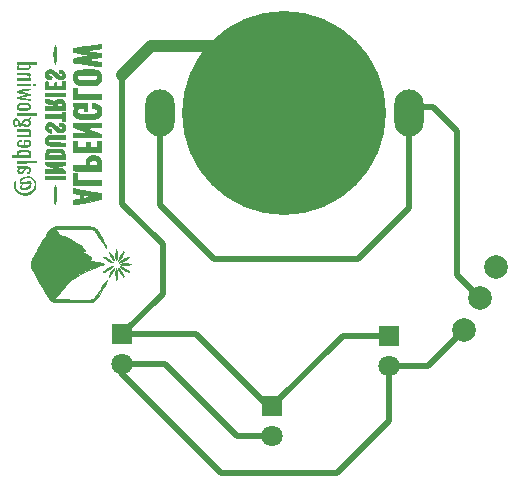
<source format=gbr>
%TF.GenerationSoftware,KiCad,Pcbnew,(6.0.4)*%
%TF.CreationDate,2024-01-19T15:42:12-08:00*%
%TF.ProjectId,StormCloud,53746f72-6d43-46c6-9f75-642e6b696361,rev?*%
%TF.SameCoordinates,Original*%
%TF.FileFunction,Copper,L2,Bot*%
%TF.FilePolarity,Positive*%
%FSLAX46Y46*%
G04 Gerber Fmt 4.6, Leading zero omitted, Abs format (unit mm)*
G04 Created by KiCad (PCBNEW (6.0.4)) date 2024-01-19 15:42:12*
%MOMM*%
%LPD*%
G01*
G04 APERTURE LIST*
%TA.AperFunction,EtchedComponent*%
%ADD10C,0.010000*%
%TD*%
%TA.AperFunction,ComponentPad*%
%ADD11R,1.800000X1.800000*%
%TD*%
%TA.AperFunction,ComponentPad*%
%ADD12C,1.800000*%
%TD*%
%TA.AperFunction,ComponentPad*%
%ADD13O,2.500000X4.000000*%
%TD*%
%TA.AperFunction,SMDPad,CuDef*%
%ADD14C,17.272000*%
%TD*%
%TA.AperFunction,ComponentPad*%
%ADD15C,2.000000*%
%TD*%
%TA.AperFunction,Conductor*%
%ADD16C,0.508000*%
%TD*%
%TA.AperFunction,Conductor*%
%ADD17C,1.016000*%
%TD*%
G04 APERTURE END LIST*
%TO.C,G\u002A\u002A\u002A*%
G36*
X97717254Y-90952036D02*
G01*
X97532993Y-90930560D01*
X97394611Y-90895943D01*
X97291351Y-90845481D01*
X97212458Y-90776469D01*
X97147175Y-90686204D01*
X97118797Y-90628237D01*
X97076716Y-90458832D01*
X97069877Y-90333088D01*
X97386496Y-90333088D01*
X97439766Y-90434585D01*
X97468724Y-90457515D01*
X97552897Y-90492899D01*
X97681231Y-90517144D01*
X97862127Y-90531084D01*
X98103986Y-90535553D01*
X98415207Y-90531384D01*
X98499930Y-90529344D01*
X98699956Y-90523409D01*
X98839815Y-90515794D01*
X98932897Y-90504295D01*
X98992593Y-90486712D01*
X99032296Y-90460843D01*
X99065394Y-90424485D01*
X99111898Y-90336572D01*
X99107401Y-90219535D01*
X99030038Y-90117316D01*
X98981730Y-90099816D01*
X98863688Y-90082931D01*
X98696201Y-90071369D01*
X98495082Y-90065010D01*
X98276141Y-90063731D01*
X98055192Y-90067411D01*
X97848044Y-90075930D01*
X97670511Y-90089165D01*
X97538403Y-90106996D01*
X97467532Y-90129301D01*
X97466762Y-90129843D01*
X97396443Y-90221088D01*
X97386496Y-90333088D01*
X97069877Y-90333088D01*
X97066037Y-90262495D01*
X97087047Y-90070351D01*
X97140033Y-89913526D01*
X97159609Y-89878628D01*
X97220438Y-89793050D01*
X97295721Y-89728284D01*
X97396058Y-89681541D01*
X97532048Y-89650037D01*
X97714288Y-89630984D01*
X97953377Y-89621596D01*
X98259914Y-89619085D01*
X98457920Y-89619415D01*
X98671648Y-89621494D01*
X98828558Y-89626459D01*
X98941001Y-89635413D01*
X99021331Y-89649459D01*
X99081900Y-89669700D01*
X99135060Y-89697239D01*
X99238397Y-89767121D01*
X99351172Y-89889211D01*
X99415771Y-90045365D01*
X99443096Y-90255335D01*
X99438796Y-90458902D01*
X99391705Y-90637470D01*
X99293516Y-90773189D01*
X99137743Y-90879316D01*
X99087394Y-90903801D01*
X99021509Y-90928799D01*
X98944889Y-90946184D01*
X98844051Y-90957296D01*
X98705513Y-90963473D01*
X98515791Y-90966055D01*
X98261404Y-90966381D01*
X98103986Y-90964665D01*
X97958149Y-90963077D01*
X97717254Y-90952036D01*
G37*
D10*
X97717254Y-90952036D02*
X97532993Y-90930560D01*
X97394611Y-90895943D01*
X97291351Y-90845481D01*
X97212458Y-90776469D01*
X97147175Y-90686204D01*
X97118797Y-90628237D01*
X97076716Y-90458832D01*
X97069877Y-90333088D01*
X97386496Y-90333088D01*
X97439766Y-90434585D01*
X97468724Y-90457515D01*
X97552897Y-90492899D01*
X97681231Y-90517144D01*
X97862127Y-90531084D01*
X98103986Y-90535553D01*
X98415207Y-90531384D01*
X98499930Y-90529344D01*
X98699956Y-90523409D01*
X98839815Y-90515794D01*
X98932897Y-90504295D01*
X98992593Y-90486712D01*
X99032296Y-90460843D01*
X99065394Y-90424485D01*
X99111898Y-90336572D01*
X99107401Y-90219535D01*
X99030038Y-90117316D01*
X98981730Y-90099816D01*
X98863688Y-90082931D01*
X98696201Y-90071369D01*
X98495082Y-90065010D01*
X98276141Y-90063731D01*
X98055192Y-90067411D01*
X97848044Y-90075930D01*
X97670511Y-90089165D01*
X97538403Y-90106996D01*
X97467532Y-90129301D01*
X97466762Y-90129843D01*
X97396443Y-90221088D01*
X97386496Y-90333088D01*
X97069877Y-90333088D01*
X97066037Y-90262495D01*
X97087047Y-90070351D01*
X97140033Y-89913526D01*
X97159609Y-89878628D01*
X97220438Y-89793050D01*
X97295721Y-89728284D01*
X97396058Y-89681541D01*
X97532048Y-89650037D01*
X97714288Y-89630984D01*
X97953377Y-89621596D01*
X98259914Y-89619085D01*
X98457920Y-89619415D01*
X98671648Y-89621494D01*
X98828558Y-89626459D01*
X98941001Y-89635413D01*
X99021331Y-89649459D01*
X99081900Y-89669700D01*
X99135060Y-89697239D01*
X99238397Y-89767121D01*
X99351172Y-89889211D01*
X99415771Y-90045365D01*
X99443096Y-90255335D01*
X99438796Y-90458902D01*
X99391705Y-90637470D01*
X99293516Y-90773189D01*
X99137743Y-90879316D01*
X99087394Y-90903801D01*
X99021509Y-90928799D01*
X98944889Y-90946184D01*
X98844051Y-90957296D01*
X98705513Y-90963473D01*
X98515791Y-90966055D01*
X98261404Y-90966381D01*
X98103986Y-90964665D01*
X97958149Y-90963077D01*
X97717254Y-90952036D01*
G36*
X97380683Y-96203547D02*
G01*
X98123145Y-96203547D01*
X98123145Y-95773701D01*
X98474837Y-95773701D01*
X98474837Y-96203547D01*
X99100068Y-96203547D01*
X99100068Y-95656470D01*
X99412683Y-95656470D01*
X99412683Y-96633393D01*
X97068068Y-96633393D01*
X97068068Y-95656470D01*
X97380683Y-95656470D01*
X97380683Y-96203547D01*
G37*
X97380683Y-96203547D02*
X98123145Y-96203547D01*
X98123145Y-95773701D01*
X98474837Y-95773701D01*
X98474837Y-96203547D01*
X99100068Y-96203547D01*
X99100068Y-95656470D01*
X99412683Y-95656470D01*
X99412683Y-96633393D01*
X97068068Y-96633393D01*
X97068068Y-95656470D01*
X97380683Y-95656470D01*
X97380683Y-96203547D01*
G36*
X101615702Y-106047488D02*
G01*
X101769209Y-106059577D01*
X101874530Y-106082188D01*
X101904360Y-106094107D01*
X101938359Y-106114703D01*
X101911518Y-106131178D01*
X101815914Y-106153123D01*
X101693371Y-106171126D01*
X101496768Y-106180803D01*
X101301038Y-106173412D01*
X101143926Y-106149175D01*
X101034376Y-106120667D01*
X101132068Y-106082387D01*
X101157626Y-106074265D01*
X101280754Y-106054839D01*
X101443165Y-106045911D01*
X101615702Y-106047488D01*
G37*
X101615702Y-106047488D02*
X101769209Y-106059577D01*
X101874530Y-106082188D01*
X101904360Y-106094107D01*
X101938359Y-106114703D01*
X101911518Y-106131178D01*
X101815914Y-106153123D01*
X101693371Y-106171126D01*
X101496768Y-106180803D01*
X101301038Y-106173412D01*
X101143926Y-106149175D01*
X101034376Y-106120667D01*
X101132068Y-106082387D01*
X101157626Y-106074265D01*
X101280754Y-106054839D01*
X101443165Y-106045911D01*
X101615702Y-106047488D01*
G36*
X101336784Y-105055170D02*
G01*
X101319211Y-105129648D01*
X101279505Y-105240085D01*
X101244273Y-105317950D01*
X101172461Y-105450415D01*
X101089236Y-105584126D01*
X101006504Y-105701455D01*
X100936172Y-105784779D01*
X100890147Y-105816470D01*
X100886835Y-105813007D01*
X100893588Y-105762828D01*
X100920524Y-105670604D01*
X100959814Y-105559080D01*
X101003629Y-105450997D01*
X101044140Y-105369100D01*
X101080030Y-105315155D01*
X101150276Y-105223728D01*
X101227584Y-105132695D01*
X101294065Y-105062836D01*
X101331827Y-105034932D01*
X101336784Y-105055170D01*
G37*
X101336784Y-105055170D02*
X101319211Y-105129648D01*
X101279505Y-105240085D01*
X101244273Y-105317950D01*
X101172461Y-105450415D01*
X101089236Y-105584126D01*
X101006504Y-105701455D01*
X100936172Y-105784779D01*
X100890147Y-105816470D01*
X100886835Y-105813007D01*
X100893588Y-105762828D01*
X100920524Y-105670604D01*
X100959814Y-105559080D01*
X101003629Y-105450997D01*
X101044140Y-105369100D01*
X101080030Y-105315155D01*
X101150276Y-105223728D01*
X101227584Y-105132695D01*
X101294065Y-105062836D01*
X101331827Y-105034932D01*
X101336784Y-105055170D01*
G36*
X96693176Y-102890903D02*
G01*
X97107552Y-102893737D01*
X97322611Y-102895345D01*
X97692023Y-102898535D01*
X97995235Y-102902667D01*
X98240176Y-102908842D01*
X98434777Y-102918161D01*
X98586969Y-102931725D01*
X98704681Y-102950635D01*
X98795843Y-102975992D01*
X98868387Y-103008897D01*
X98930241Y-103050451D01*
X98989338Y-103101754D01*
X99053606Y-103163908D01*
X99055649Y-103165929D01*
X99130842Y-103259020D01*
X99232776Y-103411724D01*
X99355145Y-103613305D01*
X99491645Y-103853026D01*
X99635969Y-104120148D01*
X99781813Y-104403936D01*
X99784376Y-104409065D01*
X99854613Y-104561358D01*
X99891632Y-104666702D01*
X99895016Y-104719352D01*
X99864348Y-104713560D01*
X99799212Y-104643579D01*
X99793569Y-104636330D01*
X99733309Y-104552645D01*
X99642273Y-104420047D01*
X99530278Y-104253349D01*
X99407139Y-104067364D01*
X99282675Y-103876905D01*
X99166702Y-103696784D01*
X99069037Y-103541815D01*
X99005895Y-103451012D01*
X98898423Y-103325755D01*
X98797941Y-103236968D01*
X98655568Y-103139701D01*
X97138386Y-103143467D01*
X97060567Y-103143694D01*
X96728414Y-103145457D01*
X96422868Y-103148330D01*
X96152522Y-103152146D01*
X95925965Y-103156737D01*
X95751789Y-103161936D01*
X95638585Y-103167577D01*
X95594944Y-103173492D01*
X95595444Y-103194297D01*
X95634386Y-103258942D01*
X95708437Y-103345572D01*
X95756081Y-103398356D01*
X95831606Y-103496654D01*
X95871631Y-103569937D01*
X95910471Y-103622614D01*
X96002224Y-103671323D01*
X96159186Y-103722086D01*
X96287411Y-103760743D01*
X96626903Y-103891372D01*
X96934520Y-104050311D01*
X97187225Y-104226265D01*
X97309055Y-104316779D01*
X97474307Y-104418444D01*
X97623251Y-104490234D01*
X97713866Y-104526762D01*
X97800252Y-104574167D01*
X97844805Y-104628331D01*
X97867327Y-104706828D01*
X97870418Y-104721588D01*
X97903088Y-104805362D01*
X97944285Y-104839547D01*
X97978192Y-104847876D01*
X98043711Y-104896620D01*
X98062914Y-104929508D01*
X98043535Y-104966153D01*
X97960573Y-105007462D01*
X97830068Y-105061231D01*
X98044991Y-105197149D01*
X98149528Y-105259427D01*
X98296310Y-105337226D01*
X98416222Y-105390544D01*
X98478883Y-105416491D01*
X98555809Y-105472263D01*
X98584355Y-105548500D01*
X98586278Y-105585686D01*
X98560256Y-105650053D01*
X98475640Y-105698907D01*
X98463232Y-105704141D01*
X98390552Y-105739956D01*
X98367571Y-105761307D01*
X98377337Y-105764977D01*
X98448154Y-105783081D01*
X98575558Y-105812414D01*
X98745820Y-105849864D01*
X98945209Y-105892316D01*
X99000981Y-105904006D01*
X99245264Y-105955198D01*
X99424274Y-105993328D01*
X99547330Y-106021233D01*
X99623754Y-106041750D01*
X99662865Y-106057717D01*
X99673985Y-106071968D01*
X99666433Y-106087341D01*
X99649530Y-106106674D01*
X99594640Y-106140891D01*
X99485810Y-106183524D01*
X99348369Y-106223895D01*
X99171926Y-106273326D01*
X98806322Y-106400682D01*
X98413656Y-106564960D01*
X98014577Y-106756582D01*
X97629733Y-106965969D01*
X97279770Y-107183542D01*
X97184891Y-107248341D01*
X96990389Y-107387882D01*
X96807475Y-107527285D01*
X96646753Y-107657780D01*
X96518825Y-107770596D01*
X96434294Y-107856966D01*
X96403760Y-107908119D01*
X96400903Y-107920074D01*
X96361192Y-107987759D01*
X96284515Y-108089575D01*
X96183395Y-108208455D01*
X96120776Y-108279407D01*
X95984246Y-108440878D01*
X95851182Y-108606158D01*
X95731107Y-108762658D01*
X95633546Y-108897786D01*
X95568025Y-108998951D01*
X95544068Y-109053564D01*
X95544196Y-109054641D01*
X95570261Y-109067517D01*
X95645053Y-109078285D01*
X95773475Y-109087136D01*
X95960429Y-109094261D01*
X96210821Y-109099850D01*
X96529553Y-109104095D01*
X96921530Y-109107187D01*
X97193403Y-109108756D01*
X97502659Y-109110391D01*
X97783099Y-109111713D01*
X98024857Y-109112682D01*
X98218066Y-109113260D01*
X98352857Y-109113408D01*
X98419363Y-109113086D01*
X98478139Y-109110579D01*
X98638303Y-109083628D01*
X98776906Y-109020410D01*
X98905950Y-108911607D01*
X99037441Y-108747900D01*
X99183381Y-108519971D01*
X99274231Y-108371718D01*
X99393086Y-108186428D01*
X99515342Y-108003431D01*
X99633449Y-107833338D01*
X99739853Y-107686762D01*
X99827003Y-107574315D01*
X99887346Y-107506609D01*
X99913330Y-107494257D01*
X99913167Y-107499729D01*
X99890951Y-107560736D01*
X99838396Y-107676924D01*
X99760732Y-107837416D01*
X99663190Y-108031335D01*
X99550999Y-108247802D01*
X99540387Y-108267973D01*
X99382695Y-108560296D01*
X99248983Y-108789892D01*
X99132406Y-108965155D01*
X99026119Y-109094480D01*
X98923277Y-109186262D01*
X98817035Y-109248893D01*
X98700548Y-109290769D01*
X98695532Y-109292078D01*
X98598318Y-109306202D01*
X98429261Y-109318149D01*
X98187102Y-109327960D01*
X97870586Y-109335675D01*
X97478456Y-109341334D01*
X97009453Y-109344979D01*
X95485453Y-109352932D01*
X95301161Y-109244599D01*
X95237590Y-109203587D01*
X95113025Y-109105244D01*
X95021200Y-109010137D01*
X94997235Y-108975777D01*
X94929486Y-108869594D01*
X94833293Y-108712580D01*
X94714362Y-108514563D01*
X94578401Y-108285373D01*
X94431115Y-108034839D01*
X94278212Y-107772791D01*
X94125398Y-107509057D01*
X93978381Y-107253467D01*
X93842866Y-107015850D01*
X93724562Y-106806036D01*
X93629175Y-106633853D01*
X93562411Y-106509132D01*
X93529978Y-106441701D01*
X93528096Y-106436627D01*
X93485244Y-106237083D01*
X93484229Y-106015920D01*
X93525370Y-105816470D01*
X93554628Y-105750521D01*
X93621629Y-105620210D01*
X93718143Y-105442938D01*
X93838511Y-105228292D01*
X93977072Y-104985855D01*
X94128166Y-104725214D01*
X94286131Y-104455954D01*
X94445309Y-104187660D01*
X94600038Y-103929917D01*
X94744659Y-103692312D01*
X94873510Y-103484428D01*
X94980933Y-103315853D01*
X95061265Y-103196170D01*
X95108847Y-103134966D01*
X95133200Y-103111210D01*
X95194694Y-103054726D01*
X95256408Y-103008407D01*
X95326133Y-102971312D01*
X95411664Y-102942500D01*
X95520794Y-102921030D01*
X95661315Y-102905963D01*
X95841021Y-102896357D01*
X96067704Y-102891272D01*
X96349158Y-102889767D01*
X96693176Y-102890903D01*
G37*
X96693176Y-102890903D02*
X97107552Y-102893737D01*
X97322611Y-102895345D01*
X97692023Y-102898535D01*
X97995235Y-102902667D01*
X98240176Y-102908842D01*
X98434777Y-102918161D01*
X98586969Y-102931725D01*
X98704681Y-102950635D01*
X98795843Y-102975992D01*
X98868387Y-103008897D01*
X98930241Y-103050451D01*
X98989338Y-103101754D01*
X99053606Y-103163908D01*
X99055649Y-103165929D01*
X99130842Y-103259020D01*
X99232776Y-103411724D01*
X99355145Y-103613305D01*
X99491645Y-103853026D01*
X99635969Y-104120148D01*
X99781813Y-104403936D01*
X99784376Y-104409065D01*
X99854613Y-104561358D01*
X99891632Y-104666702D01*
X99895016Y-104719352D01*
X99864348Y-104713560D01*
X99799212Y-104643579D01*
X99793569Y-104636330D01*
X99733309Y-104552645D01*
X99642273Y-104420047D01*
X99530278Y-104253349D01*
X99407139Y-104067364D01*
X99282675Y-103876905D01*
X99166702Y-103696784D01*
X99069037Y-103541815D01*
X99005895Y-103451012D01*
X98898423Y-103325755D01*
X98797941Y-103236968D01*
X98655568Y-103139701D01*
X97138386Y-103143467D01*
X97060567Y-103143694D01*
X96728414Y-103145457D01*
X96422868Y-103148330D01*
X96152522Y-103152146D01*
X95925965Y-103156737D01*
X95751789Y-103161936D01*
X95638585Y-103167577D01*
X95594944Y-103173492D01*
X95595444Y-103194297D01*
X95634386Y-103258942D01*
X95708437Y-103345572D01*
X95756081Y-103398356D01*
X95831606Y-103496654D01*
X95871631Y-103569937D01*
X95910471Y-103622614D01*
X96002224Y-103671323D01*
X96159186Y-103722086D01*
X96287411Y-103760743D01*
X96626903Y-103891372D01*
X96934520Y-104050311D01*
X97187225Y-104226265D01*
X97309055Y-104316779D01*
X97474307Y-104418444D01*
X97623251Y-104490234D01*
X97713866Y-104526762D01*
X97800252Y-104574167D01*
X97844805Y-104628331D01*
X97867327Y-104706828D01*
X97870418Y-104721588D01*
X97903088Y-104805362D01*
X97944285Y-104839547D01*
X97978192Y-104847876D01*
X98043711Y-104896620D01*
X98062914Y-104929508D01*
X98043535Y-104966153D01*
X97960573Y-105007462D01*
X97830068Y-105061231D01*
X98044991Y-105197149D01*
X98149528Y-105259427D01*
X98296310Y-105337226D01*
X98416222Y-105390544D01*
X98478883Y-105416491D01*
X98555809Y-105472263D01*
X98584355Y-105548500D01*
X98586278Y-105585686D01*
X98560256Y-105650053D01*
X98475640Y-105698907D01*
X98463232Y-105704141D01*
X98390552Y-105739956D01*
X98367571Y-105761307D01*
X98377337Y-105764977D01*
X98448154Y-105783081D01*
X98575558Y-105812414D01*
X98745820Y-105849864D01*
X98945209Y-105892316D01*
X99000981Y-105904006D01*
X99245264Y-105955198D01*
X99424274Y-105993328D01*
X99547330Y-106021233D01*
X99623754Y-106041750D01*
X99662865Y-106057717D01*
X99673985Y-106071968D01*
X99666433Y-106087341D01*
X99649530Y-106106674D01*
X99594640Y-106140891D01*
X99485810Y-106183524D01*
X99348369Y-106223895D01*
X99171926Y-106273326D01*
X98806322Y-106400682D01*
X98413656Y-106564960D01*
X98014577Y-106756582D01*
X97629733Y-106965969D01*
X97279770Y-107183542D01*
X97184891Y-107248341D01*
X96990389Y-107387882D01*
X96807475Y-107527285D01*
X96646753Y-107657780D01*
X96518825Y-107770596D01*
X96434294Y-107856966D01*
X96403760Y-107908119D01*
X96400903Y-107920074D01*
X96361192Y-107987759D01*
X96284515Y-108089575D01*
X96183395Y-108208455D01*
X96120776Y-108279407D01*
X95984246Y-108440878D01*
X95851182Y-108606158D01*
X95731107Y-108762658D01*
X95633546Y-108897786D01*
X95568025Y-108998951D01*
X95544068Y-109053564D01*
X95544196Y-109054641D01*
X95570261Y-109067517D01*
X95645053Y-109078285D01*
X95773475Y-109087136D01*
X95960429Y-109094261D01*
X96210821Y-109099850D01*
X96529553Y-109104095D01*
X96921530Y-109107187D01*
X97193403Y-109108756D01*
X97502659Y-109110391D01*
X97783099Y-109111713D01*
X98024857Y-109112682D01*
X98218066Y-109113260D01*
X98352857Y-109113408D01*
X98419363Y-109113086D01*
X98478139Y-109110579D01*
X98638303Y-109083628D01*
X98776906Y-109020410D01*
X98905950Y-108911607D01*
X99037441Y-108747900D01*
X99183381Y-108519971D01*
X99274231Y-108371718D01*
X99393086Y-108186428D01*
X99515342Y-108003431D01*
X99633449Y-107833338D01*
X99739853Y-107686762D01*
X99827003Y-107574315D01*
X99887346Y-107506609D01*
X99913330Y-107494257D01*
X99913167Y-107499729D01*
X99890951Y-107560736D01*
X99838396Y-107676924D01*
X99760732Y-107837416D01*
X99663190Y-108031335D01*
X99550999Y-108247802D01*
X99540387Y-108267973D01*
X99382695Y-108560296D01*
X99248983Y-108789892D01*
X99132406Y-108965155D01*
X99026119Y-109094480D01*
X98923277Y-109186262D01*
X98817035Y-109248893D01*
X98700548Y-109290769D01*
X98695532Y-109292078D01*
X98598318Y-109306202D01*
X98429261Y-109318149D01*
X98187102Y-109327960D01*
X97870586Y-109335675D01*
X97478456Y-109341334D01*
X97009453Y-109344979D01*
X95485453Y-109352932D01*
X95301161Y-109244599D01*
X95237590Y-109203587D01*
X95113025Y-109105244D01*
X95021200Y-109010137D01*
X94997235Y-108975777D01*
X94929486Y-108869594D01*
X94833293Y-108712580D01*
X94714362Y-108514563D01*
X94578401Y-108285373D01*
X94431115Y-108034839D01*
X94278212Y-107772791D01*
X94125398Y-107509057D01*
X93978381Y-107253467D01*
X93842866Y-107015850D01*
X93724562Y-106806036D01*
X93629175Y-106633853D01*
X93562411Y-106509132D01*
X93529978Y-106441701D01*
X93528096Y-106436627D01*
X93485244Y-106237083D01*
X93484229Y-106015920D01*
X93525370Y-105816470D01*
X93554628Y-105750521D01*
X93621629Y-105620210D01*
X93718143Y-105442938D01*
X93838511Y-105228292D01*
X93977072Y-104985855D01*
X94128166Y-104725214D01*
X94286131Y-104455954D01*
X94445309Y-104187660D01*
X94600038Y-103929917D01*
X94744659Y-103692312D01*
X94873510Y-103484428D01*
X94980933Y-103315853D01*
X95061265Y-103196170D01*
X95108847Y-103134966D01*
X95133200Y-103111210D01*
X95194694Y-103054726D01*
X95256408Y-103008407D01*
X95326133Y-102971312D01*
X95411664Y-102942500D01*
X95520794Y-102921030D01*
X95661315Y-102905963D01*
X95841021Y-102896357D01*
X96067704Y-102891272D01*
X96349158Y-102889767D01*
X96693176Y-102890903D01*
G36*
X96345145Y-97747085D02*
G01*
X95954376Y-97766624D01*
X95563607Y-97786162D01*
X95964145Y-97958476D01*
X96035004Y-97989088D01*
X96186872Y-98057189D01*
X96283330Y-98107707D01*
X96336822Y-98149445D01*
X96359792Y-98191203D01*
X96364683Y-98241783D01*
X96364683Y-98352778D01*
X94723453Y-98352778D01*
X94723453Y-98081799D01*
X95160186Y-98070750D01*
X95596920Y-98059701D01*
X95160473Y-97883855D01*
X95046218Y-97837498D01*
X94898018Y-97774455D01*
X94803753Y-97727078D01*
X94751341Y-97687526D01*
X94728698Y-97647962D01*
X94723739Y-97600547D01*
X94723453Y-97493085D01*
X96369635Y-97493085D01*
X96345145Y-97747085D01*
G37*
X96345145Y-97747085D02*
X95954376Y-97766624D01*
X95563607Y-97786162D01*
X95964145Y-97958476D01*
X96035004Y-97989088D01*
X96186872Y-98057189D01*
X96283330Y-98107707D01*
X96336822Y-98149445D01*
X96359792Y-98191203D01*
X96364683Y-98241783D01*
X96364683Y-98352778D01*
X94723453Y-98352778D01*
X94723453Y-98081799D01*
X95160186Y-98070750D01*
X95596920Y-98059701D01*
X95160473Y-97883855D01*
X95046218Y-97837498D01*
X94898018Y-97774455D01*
X94803753Y-97727078D01*
X94751341Y-97687526D01*
X94728698Y-97647962D01*
X94723739Y-97600547D01*
X94723453Y-97493085D01*
X96369635Y-97493085D01*
X96345145Y-97747085D01*
G36*
X100740453Y-104915538D02*
G01*
X100755451Y-105013787D01*
X100765772Y-105143221D01*
X100770543Y-105289184D01*
X100768890Y-105437021D01*
X100759938Y-105572078D01*
X100742814Y-105679701D01*
X100727105Y-105730025D01*
X100700866Y-105750986D01*
X100674789Y-105694905D01*
X100649424Y-105562470D01*
X100646526Y-105536503D01*
X100643136Y-105414530D01*
X100648164Y-105260501D01*
X100659756Y-105101966D01*
X100676059Y-104966476D01*
X100695220Y-104881584D01*
X100699923Y-104871209D01*
X100721652Y-104863127D01*
X100740453Y-104915538D01*
G37*
X100740453Y-104915538D02*
X100755451Y-105013787D01*
X100765772Y-105143221D01*
X100770543Y-105289184D01*
X100768890Y-105437021D01*
X100759938Y-105572078D01*
X100742814Y-105679701D01*
X100727105Y-105730025D01*
X100700866Y-105750986D01*
X100674789Y-105694905D01*
X100649424Y-105562470D01*
X100646526Y-105536503D01*
X100643136Y-105414530D01*
X100648164Y-105260501D01*
X100659756Y-105101966D01*
X100676059Y-104966476D01*
X100695220Y-104881584D01*
X100699923Y-104871209D01*
X100721652Y-104863127D01*
X100740453Y-104915538D01*
G36*
X96357273Y-95334085D02*
G01*
X96345145Y-95480624D01*
X95671951Y-95491312D01*
X95558975Y-95493211D01*
X95342162Y-95498123D01*
X95187327Y-95504687D01*
X95083096Y-95514221D01*
X95018098Y-95528046D01*
X94980961Y-95547478D01*
X94960311Y-95573837D01*
X94943062Y-95630580D01*
X94975739Y-95719457D01*
X94984612Y-95730555D01*
X95015421Y-95754951D01*
X95065781Y-95772725D01*
X95147414Y-95785276D01*
X95272040Y-95794003D01*
X95451377Y-95800305D01*
X95697148Y-95805582D01*
X96364683Y-95817924D01*
X96364683Y-96086316D01*
X95682676Y-96086316D01*
X95667016Y-96086313D01*
X95386979Y-96084237D01*
X95173859Y-96076692D01*
X95016995Y-96061260D01*
X94905729Y-96035526D01*
X94829402Y-95997073D01*
X94777354Y-95943483D01*
X94738925Y-95872340D01*
X94721877Y-95829447D01*
X94688161Y-95633405D01*
X94727689Y-95426652D01*
X94732071Y-95414419D01*
X94768255Y-95338622D01*
X94820288Y-95281623D01*
X94898543Y-95240819D01*
X95013395Y-95213611D01*
X95175215Y-95197397D01*
X95394378Y-95189576D01*
X95681256Y-95187547D01*
X96369401Y-95187547D01*
X96357273Y-95334085D01*
G37*
X96357273Y-95334085D02*
X96345145Y-95480624D01*
X95671951Y-95491312D01*
X95558975Y-95493211D01*
X95342162Y-95498123D01*
X95187327Y-95504687D01*
X95083096Y-95514221D01*
X95018098Y-95528046D01*
X94980961Y-95547478D01*
X94960311Y-95573837D01*
X94943062Y-95630580D01*
X94975739Y-95719457D01*
X94984612Y-95730555D01*
X95015421Y-95754951D01*
X95065781Y-95772725D01*
X95147414Y-95785276D01*
X95272040Y-95794003D01*
X95451377Y-95800305D01*
X95697148Y-95805582D01*
X96364683Y-95817924D01*
X96364683Y-96086316D01*
X95682676Y-96086316D01*
X95667016Y-96086313D01*
X95386979Y-96084237D01*
X95173859Y-96076692D01*
X95016995Y-96061260D01*
X94905729Y-96035526D01*
X94829402Y-95997073D01*
X94777354Y-95943483D01*
X94738925Y-95872340D01*
X94721877Y-95829447D01*
X94688161Y-95633405D01*
X94727689Y-95426652D01*
X94732071Y-95414419D01*
X94768255Y-95338622D01*
X94820288Y-95281623D01*
X94898543Y-95240819D01*
X95013395Y-95213611D01*
X95175215Y-95197397D01*
X95394378Y-95189576D01*
X95681256Y-95187547D01*
X96369401Y-95187547D01*
X96357273Y-95334085D01*
G36*
X101111274Y-106303652D02*
G01*
X101223576Y-106344704D01*
X101359006Y-106408896D01*
X101496745Y-106486382D01*
X101615975Y-106567316D01*
X101676431Y-106613850D01*
X101755368Y-106674464D01*
X101793119Y-106703238D01*
X101793974Y-106703922D01*
X101788208Y-106736433D01*
X101747156Y-106737020D01*
X101655006Y-106706569D01*
X101531808Y-106652121D01*
X101396183Y-106582652D01*
X101266754Y-106507142D01*
X101162142Y-106434570D01*
X101102834Y-106384066D01*
X101047504Y-106324414D01*
X101042055Y-106295859D01*
X101042916Y-106295588D01*
X101111274Y-106303652D01*
G37*
X101111274Y-106303652D02*
X101223576Y-106344704D01*
X101359006Y-106408896D01*
X101496745Y-106486382D01*
X101615975Y-106567316D01*
X101676431Y-106613850D01*
X101755368Y-106674464D01*
X101793119Y-106703238D01*
X101793974Y-106703922D01*
X101788208Y-106736433D01*
X101747156Y-106737020D01*
X101655006Y-106706569D01*
X101531808Y-106652121D01*
X101396183Y-106582652D01*
X101266754Y-106507142D01*
X101162142Y-106434570D01*
X101102834Y-106384066D01*
X101047504Y-106324414D01*
X101042055Y-106295859D01*
X101042916Y-106295588D01*
X101111274Y-106303652D01*
G36*
X97380683Y-98978009D02*
G01*
X99412683Y-98978009D01*
X99412683Y-99407855D01*
X97068068Y-99407855D01*
X97068068Y-98430932D01*
X97380683Y-98430932D01*
X97380683Y-98978009D01*
G37*
X97380683Y-98978009D02*
X99412683Y-98978009D01*
X99412683Y-99407855D01*
X97068068Y-99407855D01*
X97068068Y-98430932D01*
X97380683Y-98430932D01*
X97380683Y-98978009D01*
G36*
X95321945Y-89643795D02*
G01*
X95345428Y-89658492D01*
X95430057Y-89724298D01*
X95544333Y-89823156D01*
X95670375Y-89939871D01*
X95771044Y-90032929D01*
X95893210Y-90129086D01*
X95982915Y-90170060D01*
X96049981Y-90159499D01*
X96104229Y-90101053D01*
X96115438Y-90078110D01*
X96110392Y-89998984D01*
X96048618Y-89937135D01*
X95946486Y-89912162D01*
X95886754Y-89906177D01*
X95864994Y-89871586D01*
X95877682Y-89785162D01*
X95893392Y-89714356D01*
X95919317Y-89653055D01*
X95968980Y-89639106D01*
X96068091Y-89654925D01*
X96109569Y-89664903D01*
X96247781Y-89742968D01*
X96334578Y-89876122D01*
X96364683Y-90057207D01*
X96348163Y-90185265D01*
X96272736Y-90330905D01*
X96144944Y-90425514D01*
X95974351Y-90459239D01*
X95881151Y-90455025D01*
X95777263Y-90431320D01*
X95678121Y-90377449D01*
X95565958Y-90283053D01*
X95423009Y-90137773D01*
X95308139Y-90020906D01*
X95224318Y-89951475D01*
X95157369Y-89921040D01*
X95090855Y-89918763D01*
X95056488Y-89923900D01*
X94993423Y-89955871D01*
X94977453Y-90029393D01*
X94980926Y-90068687D01*
X95018648Y-90127918D01*
X95114222Y-90171291D01*
X95137084Y-90179069D01*
X95214803Y-90213437D01*
X95241222Y-90239675D01*
X95234815Y-90280893D01*
X95231453Y-90366692D01*
X95231056Y-90393926D01*
X95218829Y-90443630D01*
X95173108Y-90457995D01*
X95072112Y-90448158D01*
X94965766Y-90423278D01*
X94815799Y-90337380D01*
X94721317Y-90205239D01*
X94713695Y-90184858D01*
X94692165Y-90028202D01*
X94722012Y-89868954D01*
X94795032Y-89732452D01*
X94903021Y-89644038D01*
X95008962Y-89611434D01*
X95175850Y-89604135D01*
X95321945Y-89643795D01*
G37*
X95321945Y-89643795D02*
X95345428Y-89658492D01*
X95430057Y-89724298D01*
X95544333Y-89823156D01*
X95670375Y-89939871D01*
X95771044Y-90032929D01*
X95893210Y-90129086D01*
X95982915Y-90170060D01*
X96049981Y-90159499D01*
X96104229Y-90101053D01*
X96115438Y-90078110D01*
X96110392Y-89998984D01*
X96048618Y-89937135D01*
X95946486Y-89912162D01*
X95886754Y-89906177D01*
X95864994Y-89871586D01*
X95877682Y-89785162D01*
X95893392Y-89714356D01*
X95919317Y-89653055D01*
X95968980Y-89639106D01*
X96068091Y-89654925D01*
X96109569Y-89664903D01*
X96247781Y-89742968D01*
X96334578Y-89876122D01*
X96364683Y-90057207D01*
X96348163Y-90185265D01*
X96272736Y-90330905D01*
X96144944Y-90425514D01*
X95974351Y-90459239D01*
X95881151Y-90455025D01*
X95777263Y-90431320D01*
X95678121Y-90377449D01*
X95565958Y-90283053D01*
X95423009Y-90137773D01*
X95308139Y-90020906D01*
X95224318Y-89951475D01*
X95157369Y-89921040D01*
X95090855Y-89918763D01*
X95056488Y-89923900D01*
X94993423Y-89955871D01*
X94977453Y-90029393D01*
X94980926Y-90068687D01*
X95018648Y-90127918D01*
X95114222Y-90171291D01*
X95137084Y-90179069D01*
X95214803Y-90213437D01*
X95241222Y-90239675D01*
X95234815Y-90280893D01*
X95231453Y-90366692D01*
X95231056Y-90393926D01*
X95218829Y-90443630D01*
X95173108Y-90457995D01*
X95072112Y-90448158D01*
X94965766Y-90423278D01*
X94815799Y-90337380D01*
X94721317Y-90205239D01*
X94713695Y-90184858D01*
X94692165Y-90028202D01*
X94722012Y-89868954D01*
X94795032Y-89732452D01*
X94903021Y-89644038D01*
X95008962Y-89611434D01*
X95175850Y-89604135D01*
X95321945Y-89643795D01*
G36*
X100137043Y-105084348D02*
G01*
X100220373Y-105171701D01*
X100255368Y-105213793D01*
X100339250Y-105334504D01*
X100419697Y-105472401D01*
X100486297Y-105607224D01*
X100528643Y-105718716D01*
X100536326Y-105786618D01*
X100533744Y-105791262D01*
X100499298Y-105780666D01*
X100438576Y-105720470D01*
X100362853Y-105625679D01*
X100283404Y-105511295D01*
X100211505Y-105392323D01*
X100158431Y-105283765D01*
X100121727Y-105190487D01*
X100089397Y-105090706D01*
X100093944Y-105056338D01*
X100137043Y-105084348D01*
G37*
X100137043Y-105084348D02*
X100220373Y-105171701D01*
X100255368Y-105213793D01*
X100339250Y-105334504D01*
X100419697Y-105472401D01*
X100486297Y-105607224D01*
X100528643Y-105718716D01*
X100536326Y-105786618D01*
X100533744Y-105791262D01*
X100499298Y-105780666D01*
X100438576Y-105720470D01*
X100362853Y-105625679D01*
X100283404Y-105511295D01*
X100211505Y-105392323D01*
X100158431Y-105283765D01*
X100121727Y-105190487D01*
X100089397Y-105090706D01*
X100093944Y-105056338D01*
X100137043Y-105084348D01*
G36*
X95566687Y-87606181D02*
G01*
X95591167Y-87753667D01*
X95620237Y-87977855D01*
X95620459Y-87979679D01*
X95642395Y-88193208D01*
X95648059Y-88368232D01*
X95636865Y-88542533D01*
X95608230Y-88753888D01*
X95590691Y-88863261D01*
X95565077Y-89009364D01*
X95544110Y-89112943D01*
X95531122Y-89156595D01*
X95526123Y-89151929D01*
X95510251Y-89092667D01*
X95489629Y-88979914D01*
X95467431Y-88829947D01*
X95458068Y-88761504D01*
X95436491Y-88612665D01*
X95418604Y-88501040D01*
X95407557Y-88446778D01*
X95400496Y-88423948D01*
X95394049Y-88382348D01*
X95394896Y-88322413D01*
X95404232Y-88229424D01*
X95423252Y-88088660D01*
X95453152Y-87885401D01*
X95472573Y-87759972D01*
X95499739Y-87612293D01*
X95523078Y-87536659D01*
X95544692Y-87534233D01*
X95566687Y-87606181D01*
G37*
X95566687Y-87606181D02*
X95591167Y-87753667D01*
X95620237Y-87977855D01*
X95620459Y-87979679D01*
X95642395Y-88193208D01*
X95648059Y-88368232D01*
X95636865Y-88542533D01*
X95608230Y-88753888D01*
X95590691Y-88863261D01*
X95565077Y-89009364D01*
X95544110Y-89112943D01*
X95531122Y-89156595D01*
X95526123Y-89151929D01*
X95510251Y-89092667D01*
X95489629Y-88979914D01*
X95467431Y-88829947D01*
X95458068Y-88761504D01*
X95436491Y-88612665D01*
X95418604Y-88501040D01*
X95407557Y-88446778D01*
X95400496Y-88423948D01*
X95394049Y-88382348D01*
X95394896Y-88322413D01*
X95404232Y-88229424D01*
X95423252Y-88088660D01*
X95453152Y-87885401D01*
X95472573Y-87759972D01*
X95499739Y-87612293D01*
X95523078Y-87536659D01*
X95544692Y-87534233D01*
X95566687Y-87606181D01*
G36*
X96357273Y-98772855D02*
G01*
X96345145Y-98919393D01*
X94723453Y-98940517D01*
X94723453Y-98626316D01*
X96369401Y-98626316D01*
X96357273Y-98772855D01*
G37*
X96357273Y-98772855D02*
X96345145Y-98919393D01*
X94723453Y-98940517D01*
X94723453Y-98626316D01*
X96369401Y-98626316D01*
X96357273Y-98772855D01*
G36*
X96364683Y-91318932D02*
G01*
X94723453Y-91318932D01*
X94723453Y-90967239D01*
X94723457Y-90936213D01*
X94724642Y-90780668D01*
X94730825Y-90685869D01*
X94746185Y-90636775D01*
X94774899Y-90618347D01*
X94821145Y-90615547D01*
X94860351Y-90617398D01*
X94899506Y-90637124D01*
X94915670Y-90694973D01*
X94918837Y-90810932D01*
X94918837Y-91006316D01*
X95465914Y-91006316D01*
X95465914Y-90850009D01*
X95465949Y-90836396D01*
X95472690Y-90742474D01*
X95500665Y-90702232D01*
X95563607Y-90693701D01*
X95572114Y-90693757D01*
X95630816Y-90704542D01*
X95655967Y-90749302D01*
X95661299Y-90850009D01*
X95661299Y-91006316D01*
X96130222Y-91006316D01*
X96130222Y-90810932D01*
X96131538Y-90714446D01*
X96143449Y-90646062D01*
X96178055Y-90619816D01*
X96247453Y-90615547D01*
X96364683Y-90615547D01*
X96364683Y-91318932D01*
G37*
X96364683Y-91318932D02*
X94723453Y-91318932D01*
X94723453Y-90967239D01*
X94723457Y-90936213D01*
X94724642Y-90780668D01*
X94730825Y-90685869D01*
X94746185Y-90636775D01*
X94774899Y-90618347D01*
X94821145Y-90615547D01*
X94860351Y-90617398D01*
X94899506Y-90637124D01*
X94915670Y-90694973D01*
X94918837Y-90810932D01*
X94918837Y-91006316D01*
X95465914Y-91006316D01*
X95465914Y-90850009D01*
X95465949Y-90836396D01*
X95472690Y-90742474D01*
X95500665Y-90702232D01*
X95563607Y-90693701D01*
X95572114Y-90693757D01*
X95630816Y-90704542D01*
X95655967Y-90749302D01*
X95661299Y-90850009D01*
X95661299Y-91006316D01*
X96130222Y-91006316D01*
X96130222Y-90810932D01*
X96131538Y-90714446D01*
X96143449Y-90646062D01*
X96178055Y-90619816D01*
X96247453Y-90615547D01*
X96364683Y-90615547D01*
X96364683Y-91318932D01*
G36*
X97380683Y-91709701D02*
G01*
X99412683Y-91709701D01*
X99412683Y-92139547D01*
X97068068Y-92139547D01*
X97068068Y-91162624D01*
X97380683Y-91162624D01*
X97380683Y-91709701D01*
G37*
X97380683Y-91709701D02*
X99412683Y-91709701D01*
X99412683Y-92139547D01*
X97068068Y-92139547D01*
X97068068Y-91162624D01*
X97380683Y-91162624D01*
X97380683Y-91709701D01*
G36*
X99674933Y-105479810D02*
G01*
X99775700Y-105516128D01*
X99906329Y-105578042D01*
X100050285Y-105656123D01*
X100191033Y-105740937D01*
X100312038Y-105823054D01*
X100396766Y-105893043D01*
X100428683Y-105941472D01*
X100409286Y-105946653D01*
X100335519Y-105930080D01*
X100225544Y-105891567D01*
X100145536Y-105859896D01*
X100040590Y-105815389D01*
X99963022Y-105773264D01*
X99883615Y-105716506D01*
X99773153Y-105628097D01*
X99705430Y-105571138D01*
X99639433Y-105509093D01*
X99619174Y-105479723D01*
X99620561Y-105478520D01*
X99674933Y-105479810D01*
G37*
X99674933Y-105479810D02*
X99775700Y-105516128D01*
X99906329Y-105578042D01*
X100050285Y-105656123D01*
X100191033Y-105740937D01*
X100312038Y-105823054D01*
X100396766Y-105893043D01*
X100428683Y-105941472D01*
X100409286Y-105946653D01*
X100335519Y-105930080D01*
X100225544Y-105891567D01*
X100145536Y-105859896D01*
X100040590Y-105815389D01*
X99963022Y-105773264D01*
X99883615Y-105716506D01*
X99773153Y-105628097D01*
X99705430Y-105571138D01*
X99639433Y-105509093D01*
X99619174Y-105479723D01*
X99620561Y-105478520D01*
X99674933Y-105479810D01*
G36*
X100537079Y-106444915D02*
G01*
X100517893Y-106530967D01*
X100467119Y-106653626D01*
X100395119Y-106794804D01*
X100312256Y-106936414D01*
X100228893Y-107060367D01*
X100155393Y-107148576D01*
X100102118Y-107182954D01*
X100087953Y-107171184D01*
X100096346Y-107115778D01*
X100126418Y-107036783D01*
X100164475Y-106930162D01*
X100178741Y-106895345D01*
X100230936Y-106798614D01*
X100301846Y-106687890D01*
X100379577Y-106579310D01*
X100452237Y-106489010D01*
X100507931Y-106433125D01*
X100534765Y-106427792D01*
X100537079Y-106444915D01*
G37*
X100537079Y-106444915D02*
X100517893Y-106530967D01*
X100467119Y-106653626D01*
X100395119Y-106794804D01*
X100312256Y-106936414D01*
X100228893Y-107060367D01*
X100155393Y-107148576D01*
X100102118Y-107182954D01*
X100087953Y-107171184D01*
X100096346Y-107115778D01*
X100126418Y-107036783D01*
X100164475Y-106930162D01*
X100178741Y-106895345D01*
X100230936Y-106798614D01*
X100301846Y-106687890D01*
X100379577Y-106579310D01*
X100452237Y-106489010D01*
X100507931Y-106433125D01*
X100534765Y-106427792D01*
X100537079Y-106444915D01*
G36*
X98844230Y-92502298D02*
G01*
X99027171Y-92532208D01*
X99211236Y-92603326D01*
X99336636Y-92717692D01*
X99411226Y-92883252D01*
X99442858Y-93107950D01*
X99437699Y-93323918D01*
X99390362Y-93498060D01*
X99293525Y-93629553D01*
X99140634Y-93731932D01*
X99100413Y-93751441D01*
X99032530Y-93778301D01*
X98956006Y-93797072D01*
X98856940Y-93809183D01*
X98721431Y-93816065D01*
X98535577Y-93819145D01*
X98285476Y-93819855D01*
X98166537Y-93819295D01*
X97920473Y-93814319D01*
X97710645Y-93804805D01*
X97551015Y-93791506D01*
X97455544Y-93775174D01*
X97436307Y-93769010D01*
X97265813Y-93675253D01*
X97136937Y-93533267D01*
X97067625Y-93362158D01*
X97057317Y-93273473D01*
X97065664Y-93118137D01*
X97102316Y-92980678D01*
X97160901Y-92881007D01*
X97235046Y-92839036D01*
X97240721Y-92828689D01*
X97185299Y-92808185D01*
X97143073Y-92792327D01*
X97095379Y-92739940D01*
X97075478Y-92636235D01*
X97063350Y-92491239D01*
X98279453Y-92491239D01*
X98279453Y-93155547D01*
X98142683Y-93155547D01*
X98132273Y-93155530D01*
X98046092Y-93148038D01*
X98011963Y-93110445D01*
X98005914Y-93018778D01*
X98005914Y-92882009D01*
X97820299Y-92882585D01*
X97782257Y-92883380D01*
X97596131Y-92912298D01*
X97465193Y-92979125D01*
X97395938Y-93078914D01*
X97394861Y-93206714D01*
X97404045Y-93234132D01*
X97447251Y-93291646D01*
X97525989Y-93334025D01*
X97648713Y-93362802D01*
X97823875Y-93379513D01*
X98059928Y-93385691D01*
X98365325Y-93382871D01*
X98532809Y-93379364D01*
X98721164Y-93373916D01*
X98852743Y-93366389D01*
X98940253Y-93354864D01*
X98996401Y-93337420D01*
X99033893Y-93312139D01*
X99065435Y-93277101D01*
X99108309Y-93206842D01*
X99120430Y-93098233D01*
X99067559Y-93007110D01*
X98957866Y-92944415D01*
X98799522Y-92921085D01*
X98631145Y-92921085D01*
X98631145Y-92480305D01*
X98844230Y-92502298D01*
G37*
X98844230Y-92502298D02*
X99027171Y-92532208D01*
X99211236Y-92603326D01*
X99336636Y-92717692D01*
X99411226Y-92883252D01*
X99442858Y-93107950D01*
X99437699Y-93323918D01*
X99390362Y-93498060D01*
X99293525Y-93629553D01*
X99140634Y-93731932D01*
X99100413Y-93751441D01*
X99032530Y-93778301D01*
X98956006Y-93797072D01*
X98856940Y-93809183D01*
X98721431Y-93816065D01*
X98535577Y-93819145D01*
X98285476Y-93819855D01*
X98166537Y-93819295D01*
X97920473Y-93814319D01*
X97710645Y-93804805D01*
X97551015Y-93791506D01*
X97455544Y-93775174D01*
X97436307Y-93769010D01*
X97265813Y-93675253D01*
X97136937Y-93533267D01*
X97067625Y-93362158D01*
X97057317Y-93273473D01*
X97065664Y-93118137D01*
X97102316Y-92980678D01*
X97160901Y-92881007D01*
X97235046Y-92839036D01*
X97240721Y-92828689D01*
X97185299Y-92808185D01*
X97143073Y-92792327D01*
X97095379Y-92739940D01*
X97075478Y-92636235D01*
X97063350Y-92491239D01*
X98279453Y-92491239D01*
X98279453Y-93155547D01*
X98142683Y-93155547D01*
X98132273Y-93155530D01*
X98046092Y-93148038D01*
X98011963Y-93110445D01*
X98005914Y-93018778D01*
X98005914Y-92882009D01*
X97820299Y-92882585D01*
X97782257Y-92883380D01*
X97596131Y-92912298D01*
X97465193Y-92979125D01*
X97395938Y-93078914D01*
X97394861Y-93206714D01*
X97404045Y-93234132D01*
X97447251Y-93291646D01*
X97525989Y-93334025D01*
X97648713Y-93362802D01*
X97823875Y-93379513D01*
X98059928Y-93385691D01*
X98365325Y-93382871D01*
X98532809Y-93379364D01*
X98721164Y-93373916D01*
X98852743Y-93366389D01*
X98940253Y-93354864D01*
X98996401Y-93337420D01*
X99033893Y-93312139D01*
X99065435Y-93277101D01*
X99108309Y-93206842D01*
X99120430Y-93098233D01*
X99067559Y-93007110D01*
X98957866Y-92944415D01*
X98799522Y-92921085D01*
X98631145Y-92921085D01*
X98631145Y-92480305D01*
X98844230Y-92502298D01*
G36*
X99412683Y-87647522D02*
G01*
X99414450Y-87705554D01*
X99414632Y-87754247D01*
X99403787Y-87790830D01*
X99372446Y-87818669D01*
X99311138Y-87841126D01*
X99210396Y-87861565D01*
X99060748Y-87883350D01*
X98852727Y-87909845D01*
X98576863Y-87944412D01*
X98500335Y-87954326D01*
X98321721Y-87979240D01*
X98183329Y-88001143D01*
X98097619Y-88017961D01*
X98077054Y-88027619D01*
X98104777Y-88033908D01*
X98200984Y-88052099D01*
X98350935Y-88078791D01*
X98540754Y-88111527D01*
X98756567Y-88147854D01*
X99393145Y-88253777D01*
X99404887Y-88413043D01*
X99416628Y-88572308D01*
X98732148Y-88683471D01*
X98533406Y-88716229D01*
X98340722Y-88749064D01*
X98189098Y-88776101D01*
X98090576Y-88795185D01*
X98057198Y-88804164D01*
X98076473Y-88808531D01*
X98159713Y-88821597D01*
X98294340Y-88840743D01*
X98464737Y-88863935D01*
X98655289Y-88889142D01*
X98850381Y-88914329D01*
X99034397Y-88937465D01*
X99191723Y-88956518D01*
X99306741Y-88969454D01*
X99363837Y-88974241D01*
X99375729Y-88977591D01*
X99403468Y-89037496D01*
X99412683Y-89172806D01*
X99411350Y-89276114D01*
X99400202Y-89339919D01*
X99368429Y-89358529D01*
X99305222Y-89349743D01*
X99249864Y-89340480D01*
X99124279Y-89321446D01*
X98943082Y-89294956D01*
X98717866Y-89262686D01*
X98460228Y-89226308D01*
X98181760Y-89187497D01*
X97928390Y-89152139D01*
X97675891Y-89116312D01*
X97457715Y-89084737D01*
X97284643Y-89058994D01*
X97167450Y-89040663D01*
X97116914Y-89031325D01*
X97107211Y-89025584D01*
X97078682Y-88960876D01*
X97068068Y-88843010D01*
X97066778Y-88790863D01*
X97067244Y-88742719D01*
X97078787Y-88705905D01*
X97110812Y-88676809D01*
X97172720Y-88651819D01*
X97273914Y-88627323D01*
X97423798Y-88599711D01*
X97631775Y-88565369D01*
X97907247Y-88520688D01*
X98570580Y-88412263D01*
X97946324Y-88304419D01*
X97818402Y-88282294D01*
X97604852Y-88245243D01*
X97418768Y-88212818D01*
X97276667Y-88187899D01*
X97195068Y-88173367D01*
X97152602Y-88164802D01*
X97095184Y-88139387D01*
X97072233Y-88084601D01*
X97068068Y-87976084D01*
X97068493Y-87925373D01*
X97071980Y-87836508D01*
X97077837Y-87800770D01*
X97083813Y-87799924D01*
X97149229Y-87790523D01*
X97278969Y-87771835D01*
X97463480Y-87745235D01*
X97693214Y-87712102D01*
X97958619Y-87673811D01*
X98250145Y-87631739D01*
X99412683Y-87463947D01*
X99412683Y-87647522D01*
G37*
X99412683Y-87647522D02*
X99414450Y-87705554D01*
X99414632Y-87754247D01*
X99403787Y-87790830D01*
X99372446Y-87818669D01*
X99311138Y-87841126D01*
X99210396Y-87861565D01*
X99060748Y-87883350D01*
X98852727Y-87909845D01*
X98576863Y-87944412D01*
X98500335Y-87954326D01*
X98321721Y-87979240D01*
X98183329Y-88001143D01*
X98097619Y-88017961D01*
X98077054Y-88027619D01*
X98104777Y-88033908D01*
X98200984Y-88052099D01*
X98350935Y-88078791D01*
X98540754Y-88111527D01*
X98756567Y-88147854D01*
X99393145Y-88253777D01*
X99404887Y-88413043D01*
X99416628Y-88572308D01*
X98732148Y-88683471D01*
X98533406Y-88716229D01*
X98340722Y-88749064D01*
X98189098Y-88776101D01*
X98090576Y-88795185D01*
X98057198Y-88804164D01*
X98076473Y-88808531D01*
X98159713Y-88821597D01*
X98294340Y-88840743D01*
X98464737Y-88863935D01*
X98655289Y-88889142D01*
X98850381Y-88914329D01*
X99034397Y-88937465D01*
X99191723Y-88956518D01*
X99306741Y-88969454D01*
X99363837Y-88974241D01*
X99375729Y-88977591D01*
X99403468Y-89037496D01*
X99412683Y-89172806D01*
X99411350Y-89276114D01*
X99400202Y-89339919D01*
X99368429Y-89358529D01*
X99305222Y-89349743D01*
X99249864Y-89340480D01*
X99124279Y-89321446D01*
X98943082Y-89294956D01*
X98717866Y-89262686D01*
X98460228Y-89226308D01*
X98181760Y-89187497D01*
X97928390Y-89152139D01*
X97675891Y-89116312D01*
X97457715Y-89084737D01*
X97284643Y-89058994D01*
X97167450Y-89040663D01*
X97116914Y-89031325D01*
X97107211Y-89025584D01*
X97078682Y-88960876D01*
X97068068Y-88843010D01*
X97066778Y-88790863D01*
X97067244Y-88742719D01*
X97078787Y-88705905D01*
X97110812Y-88676809D01*
X97172720Y-88651819D01*
X97273914Y-88627323D01*
X97423798Y-88599711D01*
X97631775Y-88565369D01*
X97907247Y-88520688D01*
X98570580Y-88412263D01*
X97946324Y-88304419D01*
X97818402Y-88282294D01*
X97604852Y-88245243D01*
X97418768Y-88212818D01*
X97276667Y-88187899D01*
X97195068Y-88173367D01*
X97152602Y-88164802D01*
X97095184Y-88139387D01*
X97072233Y-88084601D01*
X97068068Y-87976084D01*
X97068493Y-87925373D01*
X97071980Y-87836508D01*
X97077837Y-87800770D01*
X97083813Y-87799924D01*
X97149229Y-87790523D01*
X97278969Y-87771835D01*
X97463480Y-87745235D01*
X97693214Y-87712102D01*
X97958619Y-87673811D01*
X98250145Y-87631739D01*
X99412683Y-87463947D01*
X99412683Y-87647522D01*
G36*
X95541740Y-99434826D02*
G01*
X95564004Y-99509075D01*
X95589670Y-99656028D01*
X95620516Y-99878255D01*
X95627339Y-99932492D01*
X95647333Y-100158565D01*
X95646320Y-100355677D01*
X95624524Y-100562101D01*
X95601853Y-100718170D01*
X95574440Y-100890685D01*
X95552505Y-100990389D01*
X95533088Y-101020073D01*
X95513226Y-100982529D01*
X95489957Y-100880552D01*
X95460321Y-100716932D01*
X95433355Y-100551887D01*
X95415409Y-100398745D01*
X95410030Y-100254850D01*
X95417448Y-100098645D01*
X95437895Y-99908573D01*
X95471601Y-99663077D01*
X95477578Y-99622609D01*
X95500305Y-99494163D01*
X95521100Y-99430712D01*
X95541740Y-99434826D01*
G37*
X95541740Y-99434826D02*
X95564004Y-99509075D01*
X95589670Y-99656028D01*
X95620516Y-99878255D01*
X95627339Y-99932492D01*
X95647333Y-100158565D01*
X95646320Y-100355677D01*
X95624524Y-100562101D01*
X95601853Y-100718170D01*
X95574440Y-100890685D01*
X95552505Y-100990389D01*
X95533088Y-101020073D01*
X95513226Y-100982529D01*
X95489957Y-100880552D01*
X95460321Y-100716932D01*
X95433355Y-100551887D01*
X95415409Y-100398745D01*
X95410030Y-100254850D01*
X95417448Y-100098645D01*
X95437895Y-99908573D01*
X95471601Y-99663077D01*
X95477578Y-99622609D01*
X95500305Y-99494163D01*
X95521100Y-99430712D01*
X95541740Y-99434826D01*
G36*
X97711392Y-100945268D02*
G01*
X97489034Y-100988002D01*
X97312194Y-101020930D01*
X97191217Y-101042085D01*
X97136453Y-101049501D01*
X97133754Y-101049455D01*
X97092962Y-101033205D01*
X97073217Y-100975371D01*
X97068068Y-100857882D01*
X97070782Y-100754768D01*
X97089281Y-100686350D01*
X97139026Y-100645737D01*
X97235477Y-100620641D01*
X97394096Y-100598776D01*
X97615145Y-100571157D01*
X97615145Y-100506797D01*
X97927760Y-100506797D01*
X98093837Y-100481527D01*
X98188790Y-100466273D01*
X98349830Y-100438707D01*
X98513914Y-100409176D01*
X98767914Y-100362096D01*
X98455299Y-100311143D01*
X98426200Y-100306387D01*
X98264495Y-100279502D01*
X98125012Y-100255626D01*
X98035222Y-100239446D01*
X98021127Y-100236794D01*
X97957804Y-100233558D01*
X97932408Y-100268973D01*
X97927760Y-100362749D01*
X97927760Y-100506797D01*
X97615145Y-100506797D01*
X97615145Y-100159321D01*
X97394096Y-100131703D01*
X97240654Y-100110714D01*
X97141957Y-100085992D01*
X97090601Y-100046257D01*
X97071125Y-99979221D01*
X97068068Y-99872597D01*
X97069895Y-99806209D01*
X97080486Y-99715875D01*
X97097376Y-99679747D01*
X97103915Y-99680410D01*
X97171220Y-99691867D01*
X97302281Y-99716095D01*
X97487378Y-99751238D01*
X97716791Y-99795440D01*
X97980799Y-99846846D01*
X98269683Y-99903599D01*
X99412683Y-100129097D01*
X99412683Y-100603369D01*
X98308760Y-100826642D01*
X98251268Y-100838251D01*
X97968919Y-100894696D01*
X97927760Y-100902779D01*
X97711392Y-100945268D01*
G37*
X97711392Y-100945268D02*
X97489034Y-100988002D01*
X97312194Y-101020930D01*
X97191217Y-101042085D01*
X97136453Y-101049501D01*
X97133754Y-101049455D01*
X97092962Y-101033205D01*
X97073217Y-100975371D01*
X97068068Y-100857882D01*
X97070782Y-100754768D01*
X97089281Y-100686350D01*
X97139026Y-100645737D01*
X97235477Y-100620641D01*
X97394096Y-100598776D01*
X97615145Y-100571157D01*
X97615145Y-100506797D01*
X97927760Y-100506797D01*
X98093837Y-100481527D01*
X98188790Y-100466273D01*
X98349830Y-100438707D01*
X98513914Y-100409176D01*
X98767914Y-100362096D01*
X98455299Y-100311143D01*
X98426200Y-100306387D01*
X98264495Y-100279502D01*
X98125012Y-100255626D01*
X98035222Y-100239446D01*
X98021127Y-100236794D01*
X97957804Y-100233558D01*
X97932408Y-100268973D01*
X97927760Y-100362749D01*
X97927760Y-100506797D01*
X97615145Y-100506797D01*
X97615145Y-100159321D01*
X97394096Y-100131703D01*
X97240654Y-100110714D01*
X97141957Y-100085992D01*
X97090601Y-100046257D01*
X97071125Y-99979221D01*
X97068068Y-99872597D01*
X97069895Y-99806209D01*
X97080486Y-99715875D01*
X97097376Y-99679747D01*
X97103915Y-99680410D01*
X97171220Y-99691867D01*
X97302281Y-99716095D01*
X97487378Y-99751238D01*
X97716791Y-99795440D01*
X97980799Y-99846846D01*
X98269683Y-99903599D01*
X99412683Y-100129097D01*
X99412683Y-100603369D01*
X98308760Y-100826642D01*
X98251268Y-100838251D01*
X97968919Y-100894696D01*
X97927760Y-100902779D01*
X97711392Y-100945268D01*
G36*
X99412683Y-94521255D02*
G01*
X98798387Y-94532016D01*
X98184090Y-94542778D01*
X98788618Y-94800217D01*
X99393145Y-95057657D01*
X99405161Y-95220294D01*
X99417177Y-95382932D01*
X97063786Y-95382932D01*
X97075696Y-95197316D01*
X97087607Y-95011701D01*
X97712837Y-94992162D01*
X98338068Y-94972624D01*
X97712837Y-94716166D01*
X97087607Y-94459707D01*
X97075478Y-94315627D01*
X97063350Y-94171547D01*
X99412683Y-94171547D01*
X99412683Y-94521255D01*
G37*
X99412683Y-94521255D02*
X98798387Y-94532016D01*
X98184090Y-94542778D01*
X98788618Y-94800217D01*
X99393145Y-95057657D01*
X99405161Y-95220294D01*
X99417177Y-95382932D01*
X97063786Y-95382932D01*
X97075696Y-95197316D01*
X97087607Y-95011701D01*
X97712837Y-94992162D01*
X98338068Y-94972624D01*
X97712837Y-94716166D01*
X97087607Y-94459707D01*
X97075478Y-94315627D01*
X97063350Y-94171547D01*
X99412683Y-94171547D01*
X99412683Y-94521255D01*
G36*
X96364683Y-94015239D02*
G01*
X96249929Y-94015239D01*
X96186228Y-94010502D01*
X96140668Y-93976342D01*
X96122929Y-93888239D01*
X96110683Y-93761239D01*
X95417068Y-93750568D01*
X94723453Y-93739898D01*
X94723453Y-93429085D01*
X96130222Y-93429085D01*
X96130222Y-93311855D01*
X96133813Y-93249981D01*
X96164418Y-93204307D01*
X96247453Y-93194624D01*
X96364683Y-93194624D01*
X96364683Y-94015239D01*
G37*
X96364683Y-94015239D02*
X96249929Y-94015239D01*
X96186228Y-94010502D01*
X96140668Y-93976342D01*
X96122929Y-93888239D01*
X96110683Y-93761239D01*
X95417068Y-93750568D01*
X94723453Y-93739898D01*
X94723453Y-93429085D01*
X96130222Y-93429085D01*
X96130222Y-93311855D01*
X96133813Y-93249981D01*
X96164418Y-93204307D01*
X96247453Y-93194624D01*
X96364683Y-93194624D01*
X96364683Y-94015239D01*
G36*
X101795168Y-105494245D02*
G01*
X101785763Y-105515340D01*
X101722364Y-105576824D01*
X101613610Y-105656229D01*
X101476446Y-105743574D01*
X101327818Y-105828881D01*
X101184672Y-105902171D01*
X101063952Y-105953463D01*
X100982604Y-105972778D01*
X100976750Y-105969033D01*
X100999321Y-105932561D01*
X101062252Y-105869100D01*
X101150159Y-105793326D01*
X101247659Y-105719914D01*
X101327261Y-105670649D01*
X101446518Y-105608582D01*
X101571681Y-105552182D01*
X101684006Y-105509175D01*
X101764750Y-105487288D01*
X101795168Y-105494245D01*
G37*
X101795168Y-105494245D02*
X101785763Y-105515340D01*
X101722364Y-105576824D01*
X101613610Y-105656229D01*
X101476446Y-105743574D01*
X101327818Y-105828881D01*
X101184672Y-105902171D01*
X101063952Y-105953463D01*
X100982604Y-105972778D01*
X100976750Y-105969033D01*
X100999321Y-105932561D01*
X101062252Y-105869100D01*
X101150159Y-105793326D01*
X101247659Y-105719914D01*
X101327261Y-105670649D01*
X101446518Y-105608582D01*
X101571681Y-105552182D01*
X101684006Y-105509175D01*
X101764750Y-105487288D01*
X101795168Y-105494245D01*
G36*
X100908448Y-106412444D02*
G01*
X100966337Y-106470047D01*
X101039944Y-106568942D01*
X101120690Y-106694034D01*
X101199998Y-106830229D01*
X101269290Y-106962434D01*
X101319988Y-107075554D01*
X101343515Y-107154495D01*
X101331292Y-107184162D01*
X101322830Y-107182308D01*
X101267509Y-107137400D01*
X101190410Y-107045656D01*
X101104271Y-106924672D01*
X101021826Y-106792045D01*
X100955810Y-106665371D01*
X100897176Y-106532431D01*
X100867463Y-106450978D01*
X100865532Y-106412660D01*
X100887837Y-106403832D01*
X100908448Y-106412444D01*
G37*
X100908448Y-106412444D02*
X100966337Y-106470047D01*
X101039944Y-106568942D01*
X101120690Y-106694034D01*
X101199998Y-106830229D01*
X101269290Y-106962434D01*
X101319988Y-107075554D01*
X101343515Y-107154495D01*
X101331292Y-107184162D01*
X101322830Y-107182308D01*
X101267509Y-107137400D01*
X101190410Y-107045656D01*
X101104271Y-106924672D01*
X101021826Y-106792045D01*
X100955810Y-106665371D01*
X100897176Y-106532431D01*
X100867463Y-106450978D01*
X100865532Y-106412660D01*
X100887837Y-106403832D01*
X100908448Y-106412444D01*
G36*
X100732836Y-106482543D02*
G01*
X100751100Y-106569512D01*
X100764130Y-106695296D01*
X100771001Y-106844659D01*
X100770788Y-107002364D01*
X100762567Y-107153175D01*
X100745413Y-107281855D01*
X100714955Y-107438162D01*
X100686448Y-107281855D01*
X100681265Y-107253726D01*
X100659690Y-107141873D01*
X100643789Y-107066932D01*
X100639159Y-107018035D01*
X100640808Y-106907751D01*
X100649520Y-106770707D01*
X100663052Y-106633125D01*
X100679160Y-106521228D01*
X100695601Y-106461239D01*
X100710264Y-106449624D01*
X100732836Y-106482543D01*
G37*
X100732836Y-106482543D02*
X100751100Y-106569512D01*
X100764130Y-106695296D01*
X100771001Y-106844659D01*
X100770788Y-107002364D01*
X100762567Y-107153175D01*
X100745413Y-107281855D01*
X100714955Y-107438162D01*
X100686448Y-107281855D01*
X100681265Y-107253726D01*
X100659690Y-107141873D01*
X100643789Y-107066932D01*
X100639159Y-107018035D01*
X100640808Y-106907751D01*
X100649520Y-106770707D01*
X100663052Y-106633125D01*
X100679160Y-106521228D01*
X100695601Y-106461239D01*
X100710264Y-106449624D01*
X100732836Y-106482543D01*
G36*
X98183606Y-98196402D02*
G01*
X97897890Y-98195091D01*
X97640555Y-98192277D01*
X97421557Y-98188182D01*
X97250849Y-98183026D01*
X97138385Y-98177032D01*
X97094119Y-98170419D01*
X97084220Y-98144801D01*
X97072598Y-98057570D01*
X97068068Y-97935957D01*
X97068068Y-97727547D01*
X98123145Y-97727547D01*
X98435760Y-97727547D01*
X99100068Y-97727547D01*
X99100068Y-97576024D01*
X99086344Y-97458255D01*
X99032212Y-97374099D01*
X98926227Y-97330630D01*
X98757093Y-97319396D01*
X98642865Y-97325044D01*
X98546602Y-97348336D01*
X98489649Y-97395250D01*
X98451877Y-97484204D01*
X98435760Y-97598247D01*
X98435760Y-97727547D01*
X98123145Y-97727547D01*
X98123145Y-97528299D01*
X98123468Y-97503193D01*
X98157363Y-97283320D01*
X98242861Y-97104803D01*
X98374018Y-96980618D01*
X98478504Y-96936658D01*
X98657615Y-96905601D01*
X98854581Y-96905527D01*
X99039293Y-96935860D01*
X99181643Y-96996028D01*
X99247406Y-97044222D01*
X99318950Y-97117509D01*
X99366496Y-97208358D01*
X99394740Y-97331872D01*
X99408378Y-97503157D01*
X99412107Y-97737316D01*
X99412683Y-98196470D01*
X98266427Y-98196470D01*
X98183606Y-98196402D01*
G37*
X98183606Y-98196402D02*
X97897890Y-98195091D01*
X97640555Y-98192277D01*
X97421557Y-98188182D01*
X97250849Y-98183026D01*
X97138385Y-98177032D01*
X97094119Y-98170419D01*
X97084220Y-98144801D01*
X97072598Y-98057570D01*
X97068068Y-97935957D01*
X97068068Y-97727547D01*
X98123145Y-97727547D01*
X98435760Y-97727547D01*
X99100068Y-97727547D01*
X99100068Y-97576024D01*
X99086344Y-97458255D01*
X99032212Y-97374099D01*
X98926227Y-97330630D01*
X98757093Y-97319396D01*
X98642865Y-97325044D01*
X98546602Y-97348336D01*
X98489649Y-97395250D01*
X98451877Y-97484204D01*
X98435760Y-97598247D01*
X98435760Y-97727547D01*
X98123145Y-97727547D01*
X98123145Y-97528299D01*
X98123468Y-97503193D01*
X98157363Y-97283320D01*
X98242861Y-97104803D01*
X98374018Y-96980618D01*
X98478504Y-96936658D01*
X98657615Y-96905601D01*
X98854581Y-96905527D01*
X99039293Y-96935860D01*
X99181643Y-96996028D01*
X99247406Y-97044222D01*
X99318950Y-97117509D01*
X99366496Y-97208358D01*
X99394740Y-97331872D01*
X99408378Y-97503157D01*
X99412107Y-97737316D01*
X99412683Y-98196470D01*
X98266427Y-98196470D01*
X98183606Y-98196402D01*
G36*
X100428683Y-106281118D02*
G01*
X100421202Y-106300388D01*
X100361160Y-106360880D01*
X100255037Y-106439473D01*
X100119773Y-106526178D01*
X99972312Y-106611004D01*
X99829594Y-106683962D01*
X99708563Y-106735063D01*
X99626160Y-106754316D01*
X99619223Y-106753754D01*
X99614968Y-106730163D01*
X99662992Y-106678690D01*
X99750046Y-106608714D01*
X99862877Y-106529617D01*
X99988236Y-106450780D01*
X100112870Y-106381584D01*
X100223530Y-106331410D01*
X100311072Y-106300929D01*
X100395890Y-106278763D01*
X100428683Y-106281118D01*
G37*
X100428683Y-106281118D02*
X100421202Y-106300388D01*
X100361160Y-106360880D01*
X100255037Y-106439473D01*
X100119773Y-106526178D01*
X99972312Y-106611004D01*
X99829594Y-106683962D01*
X99708563Y-106735063D01*
X99626160Y-106754316D01*
X99619223Y-106753754D01*
X99614968Y-106730163D01*
X99662992Y-106678690D01*
X99750046Y-106608714D01*
X99862877Y-106529617D01*
X99988236Y-106450780D01*
X100112870Y-106381584D01*
X100223530Y-106331410D01*
X100311072Y-106300929D01*
X100395890Y-106278763D01*
X100428683Y-106281118D01*
G36*
X94723453Y-92725701D02*
G01*
X95094683Y-92725701D01*
X95143017Y-92725465D01*
X95330086Y-92717722D01*
X95439773Y-92699227D01*
X95472065Y-92670235D01*
X95434035Y-92637161D01*
X95666395Y-92637161D01*
X95666956Y-92688113D01*
X95693856Y-92714425D01*
X95764367Y-92724239D01*
X95895760Y-92725701D01*
X95937423Y-92725668D01*
X96051026Y-92722789D01*
X96108317Y-92709402D01*
X96126568Y-92677363D01*
X96123048Y-92618528D01*
X96103746Y-92551921D01*
X96026975Y-92467984D01*
X95914427Y-92433872D01*
X95788299Y-92460088D01*
X95716797Y-92510814D01*
X95668473Y-92618528D01*
X95666395Y-92637161D01*
X95434035Y-92637161D01*
X95426951Y-92631000D01*
X95304417Y-92581778D01*
X95104453Y-92522823D01*
X94742991Y-92426301D01*
X94730975Y-92263386D01*
X94728323Y-92222116D01*
X94726144Y-92135377D01*
X94730975Y-92101152D01*
X94750092Y-92105969D01*
X94830621Y-92128648D01*
X94958601Y-92165641D01*
X95117482Y-92212195D01*
X95491973Y-92322556D01*
X95598353Y-92231052D01*
X95709689Y-92167205D01*
X95868726Y-92136323D01*
X96034053Y-92150933D01*
X96180684Y-92208313D01*
X96283634Y-92305739D01*
X96290375Y-92318923D01*
X96316748Y-92411654D01*
X96339886Y-92551367D01*
X96355421Y-92713266D01*
X96375700Y-93038316D01*
X94723453Y-93038316D01*
X94723453Y-92725701D01*
G37*
X94723453Y-92725701D02*
X95094683Y-92725701D01*
X95143017Y-92725465D01*
X95330086Y-92717722D01*
X95439773Y-92699227D01*
X95472065Y-92670235D01*
X95434035Y-92637161D01*
X95666395Y-92637161D01*
X95666956Y-92688113D01*
X95693856Y-92714425D01*
X95764367Y-92724239D01*
X95895760Y-92725701D01*
X95937423Y-92725668D01*
X96051026Y-92722789D01*
X96108317Y-92709402D01*
X96126568Y-92677363D01*
X96123048Y-92618528D01*
X96103746Y-92551921D01*
X96026975Y-92467984D01*
X95914427Y-92433872D01*
X95788299Y-92460088D01*
X95716797Y-92510814D01*
X95668473Y-92618528D01*
X95666395Y-92637161D01*
X95434035Y-92637161D01*
X95426951Y-92631000D01*
X95304417Y-92581778D01*
X95104453Y-92522823D01*
X94742991Y-92426301D01*
X94730975Y-92263386D01*
X94728323Y-92222116D01*
X94726144Y-92135377D01*
X94730975Y-92101152D01*
X94750092Y-92105969D01*
X94830621Y-92128648D01*
X94958601Y-92165641D01*
X95117482Y-92212195D01*
X95491973Y-92322556D01*
X95598353Y-92231052D01*
X95709689Y-92167205D01*
X95868726Y-92136323D01*
X96034053Y-92150933D01*
X96180684Y-92208313D01*
X96283634Y-92305739D01*
X96290375Y-92318923D01*
X96316748Y-92411654D01*
X96339886Y-92551367D01*
X96355421Y-92713266D01*
X96375700Y-93038316D01*
X94723453Y-93038316D01*
X94723453Y-92725701D01*
G36*
X96357273Y-91739009D02*
G01*
X96345145Y-91885547D01*
X94723453Y-91906671D01*
X94723453Y-91592470D01*
X96369401Y-91592470D01*
X96357273Y-91739009D01*
G37*
X96357273Y-91739009D02*
X96345145Y-91885547D01*
X94723453Y-91906671D01*
X94723453Y-91592470D01*
X96369401Y-91592470D01*
X96357273Y-91739009D01*
G36*
X95195027Y-94105507D02*
G01*
X95322803Y-94154351D01*
X95463618Y-94254646D01*
X95632220Y-94413450D01*
X95747666Y-94525568D01*
X95874330Y-94627496D01*
X95970479Y-94670901D01*
X96044411Y-94658972D01*
X96104427Y-94594899D01*
X96115697Y-94571637D01*
X96110268Y-94492544D01*
X96048067Y-94430873D01*
X95945410Y-94406009D01*
X95937713Y-94405946D01*
X95873697Y-94391326D01*
X95872041Y-94344197D01*
X95883361Y-94305553D01*
X95895760Y-94207428D01*
X95898652Y-94183917D01*
X95944953Y-94138354D01*
X96039137Y-94140663D01*
X96170081Y-94191490D01*
X96270770Y-94261318D01*
X96342861Y-94377545D01*
X96364683Y-94542778D01*
X96340589Y-94725458D01*
X96264863Y-94852891D01*
X96133557Y-94927077D01*
X95942721Y-94951843D01*
X95903383Y-94951963D01*
X95817441Y-94947737D01*
X95748960Y-94928704D01*
X95679970Y-94884541D01*
X95592500Y-94804929D01*
X95468578Y-94679547D01*
X95381022Y-94592095D01*
X95259487Y-94483400D01*
X95168747Y-94424028D01*
X95098006Y-94406009D01*
X95087145Y-94406233D01*
X94997748Y-94434297D01*
X94961010Y-94495497D01*
X94974050Y-94570054D01*
X95033987Y-94638189D01*
X95137939Y-94680122D01*
X95193986Y-94693462D01*
X95236883Y-94732115D01*
X95237292Y-94816891D01*
X95229376Y-94876964D01*
X95206092Y-94950121D01*
X95154749Y-94969806D01*
X95052958Y-94952488D01*
X94970231Y-94926858D01*
X94817711Y-94832894D01*
X94719318Y-94699085D01*
X94693798Y-94607240D01*
X94702006Y-94448043D01*
X94763202Y-94297637D01*
X94866721Y-94178186D01*
X95001899Y-94111854D01*
X95065541Y-94101058D01*
X95195027Y-94105507D01*
G37*
X95195027Y-94105507D02*
X95322803Y-94154351D01*
X95463618Y-94254646D01*
X95632220Y-94413450D01*
X95747666Y-94525568D01*
X95874330Y-94627496D01*
X95970479Y-94670901D01*
X96044411Y-94658972D01*
X96104427Y-94594899D01*
X96115697Y-94571637D01*
X96110268Y-94492544D01*
X96048067Y-94430873D01*
X95945410Y-94406009D01*
X95937713Y-94405946D01*
X95873697Y-94391326D01*
X95872041Y-94344197D01*
X95883361Y-94305553D01*
X95895760Y-94207428D01*
X95898652Y-94183917D01*
X95944953Y-94138354D01*
X96039137Y-94140663D01*
X96170081Y-94191490D01*
X96270770Y-94261318D01*
X96342861Y-94377545D01*
X96364683Y-94542778D01*
X96340589Y-94725458D01*
X96264863Y-94852891D01*
X96133557Y-94927077D01*
X95942721Y-94951843D01*
X95903383Y-94951963D01*
X95817441Y-94947737D01*
X95748960Y-94928704D01*
X95679970Y-94884541D01*
X95592500Y-94804929D01*
X95468578Y-94679547D01*
X95381022Y-94592095D01*
X95259487Y-94483400D01*
X95168747Y-94424028D01*
X95098006Y-94406009D01*
X95087145Y-94406233D01*
X94997748Y-94434297D01*
X94961010Y-94495497D01*
X94974050Y-94570054D01*
X95033987Y-94638189D01*
X95137939Y-94680122D01*
X95193986Y-94693462D01*
X95236883Y-94732115D01*
X95237292Y-94816891D01*
X95229376Y-94876964D01*
X95206092Y-94950121D01*
X95154749Y-94969806D01*
X95052958Y-94952488D01*
X94970231Y-94926858D01*
X94817711Y-94832894D01*
X94719318Y-94699085D01*
X94693798Y-94607240D01*
X94702006Y-94448043D01*
X94763202Y-94297637D01*
X94866721Y-94178186D01*
X95001899Y-94111854D01*
X95065541Y-94101058D01*
X95195027Y-94105507D01*
G36*
X94723453Y-96928309D02*
G01*
X94724168Y-96906932D01*
X94957914Y-96906932D01*
X95544068Y-96906932D01*
X95623181Y-96906892D01*
X95826364Y-96905809D01*
X95966636Y-96902123D01*
X96055576Y-96894345D01*
X96104767Y-96880986D01*
X96125788Y-96860557D01*
X96130222Y-96831569D01*
X96128364Y-96795444D01*
X96105426Y-96727152D01*
X96047718Y-96680533D01*
X95944467Y-96651856D01*
X95784901Y-96637387D01*
X95558246Y-96633393D01*
X95396042Y-96635971D01*
X95228861Y-96644519D01*
X95101653Y-96657634D01*
X95033499Y-96673845D01*
X94987658Y-96716849D01*
X94957914Y-96810614D01*
X94957914Y-96906932D01*
X94724168Y-96906932D01*
X94729719Y-96741053D01*
X94756897Y-96583288D01*
X94814481Y-96470002D01*
X94911910Y-96394151D01*
X95058623Y-96348693D01*
X95264060Y-96326583D01*
X95537661Y-96320778D01*
X95719058Y-96323453D01*
X95893591Y-96331418D01*
X96029128Y-96343399D01*
X96106096Y-96358111D01*
X96202424Y-96414728D01*
X96281196Y-96521540D01*
X96331085Y-96683237D01*
X96356819Y-96910226D01*
X96374725Y-97219547D01*
X94723453Y-97219547D01*
X94723453Y-96928309D01*
G37*
X94723453Y-96928309D02*
X94724168Y-96906932D01*
X94957914Y-96906932D01*
X95544068Y-96906932D01*
X95623181Y-96906892D01*
X95826364Y-96905809D01*
X95966636Y-96902123D01*
X96055576Y-96894345D01*
X96104767Y-96880986D01*
X96125788Y-96860557D01*
X96130222Y-96831569D01*
X96128364Y-96795444D01*
X96105426Y-96727152D01*
X96047718Y-96680533D01*
X95944467Y-96651856D01*
X95784901Y-96637387D01*
X95558246Y-96633393D01*
X95396042Y-96635971D01*
X95228861Y-96644519D01*
X95101653Y-96657634D01*
X95033499Y-96673845D01*
X94987658Y-96716849D01*
X94957914Y-96810614D01*
X94957914Y-96906932D01*
X94724168Y-96906932D01*
X94729719Y-96741053D01*
X94756897Y-96583288D01*
X94814481Y-96470002D01*
X94911910Y-96394151D01*
X95058623Y-96348693D01*
X95264060Y-96326583D01*
X95537661Y-96320778D01*
X95719058Y-96323453D01*
X95893591Y-96331418D01*
X96029128Y-96343399D01*
X96106096Y-96358111D01*
X96202424Y-96414728D01*
X96281196Y-96521540D01*
X96331085Y-96683237D01*
X96356819Y-96910226D01*
X96374725Y-97219547D01*
X94723453Y-97219547D01*
X94723453Y-96928309D01*
%TO.C,*%
G36*
X93437868Y-89919986D02*
G01*
X93487868Y-89978986D01*
X93529868Y-90092986D01*
X93455868Y-90282986D01*
X93394868Y-90369986D01*
X93454868Y-90369986D01*
X93505868Y-90383986D01*
X93513868Y-90479986D01*
X93513868Y-90589986D01*
X92333868Y-90589986D01*
X92333868Y-90369986D01*
X93284868Y-90369986D01*
X93319868Y-90311986D01*
X93340868Y-90268986D01*
X93329868Y-90153986D01*
X93281868Y-90141986D01*
X93118868Y-90132986D01*
X92819868Y-90129986D01*
X92333868Y-90129986D01*
X92333868Y-89907986D01*
X93437868Y-89919986D01*
G37*
G36*
X92537868Y-98483986D02*
G01*
X92492868Y-98476986D01*
X92379868Y-98401986D01*
X92367868Y-98388986D01*
X92314868Y-98226986D01*
X92353054Y-98168986D01*
X92496868Y-98168986D01*
X92524868Y-98225986D01*
X92540868Y-98243986D01*
X92643868Y-98269986D01*
X92744868Y-98246986D01*
X92899868Y-98091986D01*
X92935868Y-98029986D01*
X92776868Y-98029986D01*
X92680868Y-98030986D01*
X92573868Y-98050986D01*
X92522868Y-98110986D01*
X92496868Y-98168986D01*
X92353054Y-98168986D01*
X92420868Y-98065986D01*
X92463868Y-98024986D01*
X92440868Y-98010986D01*
X92361868Y-97994986D01*
X92333868Y-97892986D01*
X92333868Y-97799986D01*
X92758868Y-97804986D01*
X92975868Y-97808986D01*
X93214868Y-97823986D01*
X93356868Y-97851986D01*
X93438868Y-97900986D01*
X93509868Y-98017986D01*
X93521868Y-98222986D01*
X93434868Y-98393986D01*
X93369868Y-98437986D01*
X93178868Y-98489986D01*
X93142868Y-98475986D01*
X93133868Y-98379986D01*
X93133868Y-98269986D01*
X93212868Y-98269986D01*
X93296868Y-98253986D01*
X93353868Y-98141986D01*
X93319868Y-98063986D01*
X93164868Y-98029986D01*
X93076868Y-98029986D01*
X93000868Y-98181986D01*
X92923868Y-98313986D01*
X92757868Y-98459986D01*
X92643868Y-98472986D01*
X92537868Y-98483986D01*
G37*
G36*
X93913868Y-91049986D02*
G01*
X93806868Y-91049986D01*
X93765868Y-91048986D01*
X93686868Y-91036986D01*
X93682868Y-91026986D01*
X93673868Y-90926986D01*
X93673868Y-90829986D01*
X93913868Y-90829986D01*
X93913868Y-91049986D01*
G37*
G36*
X93983868Y-97579986D02*
G01*
X92333868Y-97589986D01*
X92333868Y-97369986D01*
X93995868Y-97369986D01*
X93983868Y-97579986D01*
G37*
G36*
X92037868Y-94455986D02*
G01*
X91973868Y-94259986D01*
X91966868Y-94173986D01*
X91973143Y-94128986D01*
X92139868Y-94128986D01*
X92157868Y-94289986D01*
X92219868Y-94341986D01*
X92340868Y-94305986D01*
X92359868Y-94288986D01*
X92384868Y-94234986D01*
X92373868Y-94109986D01*
X92360868Y-94035986D01*
X92297868Y-93915986D01*
X92193868Y-93945986D01*
X92163868Y-93983986D01*
X92140868Y-94110986D01*
X92139868Y-94128986D01*
X91973143Y-94128986D01*
X92001868Y-93922986D01*
X92118868Y-93783986D01*
X92163868Y-93765986D01*
X92357868Y-93763986D01*
X92497868Y-93864986D01*
X92520868Y-93932986D01*
X92551868Y-94098986D01*
X92568868Y-94211986D01*
X92591868Y-94295986D01*
X92651868Y-94290986D01*
X92677868Y-94269986D01*
X92693868Y-94168986D01*
X92696206Y-94149986D01*
X92854868Y-94149986D01*
X92886868Y-94251986D01*
X92972868Y-94275986D01*
X93131868Y-94289986D01*
X93262868Y-94281986D01*
X93290868Y-94271986D01*
X93371868Y-94174986D01*
X93334868Y-94060986D01*
X93329868Y-94056986D01*
X93192868Y-94015986D01*
X93010868Y-94017986D01*
X92884868Y-94061986D01*
X92854868Y-94149986D01*
X92696206Y-94149986D01*
X92709868Y-94038986D01*
X92826868Y-93887986D01*
X92862868Y-93866986D01*
X92950868Y-93844986D01*
X93118868Y-93839986D01*
X93333868Y-93840986D01*
X93366868Y-93754986D01*
X93376868Y-93728986D01*
X93403868Y-93669986D01*
X93470868Y-93691986D01*
X93532868Y-93713986D01*
X93500868Y-93776986D01*
X93499868Y-93778986D01*
X93439868Y-93872986D01*
X93424868Y-93895986D01*
X93460868Y-93958986D01*
X93498868Y-94014986D01*
X93522868Y-94204986D01*
X93436868Y-94376986D01*
X93265868Y-94466986D01*
X93131868Y-94474986D01*
X93019868Y-94481986D01*
X92801868Y-94398986D01*
X92738868Y-94351986D01*
X92682868Y-94410986D01*
X92581868Y-94467986D01*
X92441868Y-94427986D01*
X92396868Y-94385986D01*
X92374868Y-94427986D01*
X92369868Y-94435986D01*
X92244868Y-94518986D01*
X92219868Y-94516986D01*
X92095868Y-94510986D01*
X92037868Y-94455986D01*
G37*
G36*
X92784868Y-99851986D02*
G01*
X92585868Y-99728986D01*
X92552868Y-99674986D01*
X92547106Y-99539986D01*
X92696868Y-99539986D01*
X92742868Y-99608986D01*
X92752868Y-99617986D01*
X92815868Y-99646986D01*
X92947868Y-99645986D01*
X93128868Y-99613986D01*
X93320868Y-99506986D01*
X93393868Y-99351986D01*
X93393868Y-99324986D01*
X93375868Y-99296986D01*
X93293868Y-99298986D01*
X93100868Y-99328986D01*
X92930868Y-99358986D01*
X92782868Y-99408986D01*
X92717868Y-99478986D01*
X92696868Y-99539986D01*
X92547106Y-99539986D01*
X92545868Y-99510986D01*
X92646868Y-99391986D01*
X92703868Y-99365986D01*
X92642868Y-99340986D01*
X92596868Y-99311986D01*
X92535868Y-99170986D01*
X92571868Y-98988986D01*
X92698868Y-98825986D01*
X92960868Y-98702986D01*
X93290868Y-98676986D01*
X93608868Y-98761986D01*
X93771868Y-98872986D01*
X93933868Y-99104986D01*
X93967868Y-99269986D01*
X93967868Y-99536986D01*
X93916868Y-99759986D01*
X93736868Y-100025986D01*
X93433868Y-100218986D01*
X93017868Y-100301986D01*
X92736868Y-100295986D01*
X92459868Y-100208986D01*
X92219868Y-100008986D01*
X92079868Y-99689986D01*
X92065868Y-99559986D01*
X92068868Y-99352986D01*
X92087868Y-99161986D01*
X92119868Y-99056986D01*
X92122868Y-99055986D01*
X92203868Y-99060986D01*
X92259868Y-99076986D01*
X92260868Y-99147986D01*
X92249868Y-99257986D01*
X92244868Y-99449986D01*
X92245868Y-99566986D01*
X92259868Y-99687986D01*
X92297868Y-99779986D01*
X92340868Y-99851986D01*
X92546868Y-100033986D01*
X92852868Y-100104986D01*
X93194868Y-100080986D01*
X93517868Y-99946986D01*
X93733868Y-99707986D01*
X93758868Y-99660986D01*
X93796868Y-99553986D01*
X93802868Y-99399986D01*
X93802868Y-99365986D01*
X93766868Y-99153986D01*
X93650868Y-98995986D01*
X93633868Y-98980986D01*
X93387868Y-98858986D01*
X93087868Y-98835986D01*
X92807868Y-98916986D01*
X92715868Y-98993986D01*
X92655868Y-99108986D01*
X92685868Y-99182986D01*
X92724868Y-99183986D01*
X92885868Y-99165986D01*
X93120868Y-99132986D01*
X93269868Y-99109986D01*
X93457868Y-99080986D01*
X93536868Y-99069986D01*
X93544868Y-99121986D01*
X93549868Y-99274986D01*
X93542868Y-99447986D01*
X93512868Y-99551986D01*
X93357868Y-99719986D01*
X93059868Y-99841986D01*
X92815868Y-99850986D01*
X92784868Y-99851986D01*
G37*
G36*
X91933868Y-96909986D02*
G01*
X92417868Y-96909986D01*
X92365868Y-96847986D01*
X92329274Y-96770986D01*
X92494868Y-96770986D01*
X92501868Y-96851986D01*
X92548868Y-96892986D01*
X92674868Y-96907986D01*
X92921868Y-96909986D01*
X93307868Y-96909986D01*
X93330868Y-96858986D01*
X93351868Y-96789986D01*
X93299868Y-96674986D01*
X93245868Y-96652986D01*
X93133868Y-96642986D01*
X92914868Y-96640986D01*
X92661868Y-96647986D01*
X92538868Y-96666986D01*
X92526868Y-96673986D01*
X92494868Y-96765986D01*
X92494868Y-96770986D01*
X92329274Y-96770986D01*
X92317868Y-96746986D01*
X92358868Y-96567986D01*
X92372868Y-96548986D01*
X92468868Y-96476986D01*
X92637868Y-96440986D01*
X92923868Y-96430986D01*
X92977868Y-96430986D01*
X93220868Y-96438986D01*
X93363868Y-96468986D01*
X93458868Y-96527986D01*
X93498868Y-96571986D01*
X93521868Y-96681986D01*
X93521868Y-96699986D01*
X93477868Y-96844986D01*
X93443868Y-96896986D01*
X93472868Y-96909986D01*
X93504868Y-96923986D01*
X93513868Y-97019986D01*
X93513868Y-97129986D01*
X91933868Y-97129986D01*
X91933868Y-96909986D01*
G37*
G36*
X93502868Y-91232986D02*
G01*
X93513868Y-91316986D01*
X93513868Y-91403986D01*
X93104868Y-91460986D01*
X92949868Y-91483986D01*
X92770868Y-91512986D01*
X92705868Y-91528986D01*
X92735868Y-91537986D01*
X92882868Y-91567986D01*
X93110868Y-91610986D01*
X93503868Y-91681986D01*
X93515868Y-91845986D01*
X93419868Y-91865986D01*
X93394868Y-91870986D01*
X93228868Y-91901986D01*
X92999868Y-91941986D01*
X92920868Y-91955986D01*
X92748868Y-91988986D01*
X92682868Y-92005986D01*
X92693868Y-92008986D01*
X92809868Y-92027986D01*
X93005868Y-92058986D01*
X93224868Y-92091986D01*
X93407868Y-92117986D01*
X93498868Y-92128986D01*
X93503868Y-92133986D01*
X93513868Y-92221986D01*
X93509868Y-92291986D01*
X93468868Y-92303986D01*
X93467868Y-92303986D01*
X93368868Y-92286986D01*
X93156868Y-92251986D01*
X92877868Y-92207986D01*
X92331868Y-92120986D01*
X92337868Y-92020986D01*
X92343868Y-91921986D01*
X92730868Y-91846986D01*
X92866868Y-91819986D01*
X93050868Y-91782986D01*
X93125868Y-91764986D01*
X93099868Y-91756986D01*
X92957868Y-91725986D01*
X92733868Y-91680986D01*
X92333868Y-91604986D01*
X92333868Y-91418986D01*
X92908868Y-91323986D01*
X92946868Y-91317986D01*
X93221868Y-91272986D01*
X93418868Y-91241986D01*
X93498868Y-91229986D01*
X93502868Y-91232986D01*
G37*
G36*
X93503868Y-91039986D02*
G01*
X92918868Y-91044986D01*
X92333868Y-91050986D01*
X92333868Y-90829986D01*
X93515868Y-90829986D01*
X93503868Y-91039986D01*
G37*
G36*
X92846868Y-89706986D02*
G01*
X92805868Y-89705986D01*
X92560868Y-89686986D01*
X92423868Y-89639986D01*
X92348868Y-89548986D01*
X92322868Y-89481986D01*
X92344087Y-89353986D01*
X92494868Y-89353986D01*
X92526868Y-89452986D01*
X92558868Y-89463986D01*
X92709868Y-89479986D01*
X92921868Y-89487986D01*
X93126868Y-89485986D01*
X93258868Y-89470986D01*
X93328868Y-89429986D01*
X93338868Y-89295986D01*
X93320868Y-89239986D01*
X92923868Y-89234986D01*
X92711868Y-89232986D01*
X92561868Y-89238986D01*
X92510868Y-89254986D01*
X92494868Y-89353986D01*
X92344087Y-89353986D01*
X92353868Y-89294986D01*
X92373868Y-89259986D01*
X92363868Y-89229986D01*
X92345868Y-89220986D01*
X92333868Y-89119986D01*
X92333868Y-89009986D01*
X93995868Y-89009986D01*
X93983868Y-89219986D01*
X93718868Y-89225986D01*
X93695868Y-89225986D01*
X93523868Y-89231986D01*
X93453868Y-89238986D01*
X93454868Y-89242986D01*
X93495868Y-89318986D01*
X93528868Y-89443986D01*
X93454868Y-89596986D01*
X93263868Y-89689986D01*
X93106868Y-89704986D01*
X92921868Y-89705986D01*
X92846868Y-89706986D01*
G37*
G36*
X93983868Y-93339986D02*
G01*
X93995868Y-93549986D01*
X92333868Y-93549986D01*
X92333868Y-93329986D01*
X93983868Y-93339986D01*
G37*
G36*
X93020868Y-94671986D02*
G01*
X93245868Y-94678986D01*
X93363868Y-94688986D01*
X93366868Y-94689986D01*
X93490868Y-94761986D01*
X93514868Y-94793986D01*
X93524868Y-94897986D01*
X93521868Y-94911986D01*
X93462868Y-95054986D01*
X93461868Y-95056986D01*
X93417868Y-95136986D01*
X93464868Y-95149986D01*
X93506868Y-95162986D01*
X93509868Y-95254986D01*
X93503868Y-95359986D01*
X92918868Y-95364986D01*
X92333868Y-95370986D01*
X92333868Y-95149986D01*
X93270868Y-95149986D01*
X93312868Y-95096986D01*
X93333868Y-95063986D01*
X93333868Y-94929986D01*
X93322868Y-94919986D01*
X93255868Y-94906986D01*
X93102868Y-94898986D01*
X92824868Y-94893986D01*
X92333868Y-94887986D01*
X92333868Y-94669986D01*
X92808868Y-94669986D01*
X93020868Y-94671986D01*
G37*
G36*
X92923868Y-96239986D02*
G01*
X92848868Y-96239986D01*
X92612868Y-96229986D01*
X92477868Y-96200986D01*
X92395868Y-96141986D01*
X92334868Y-96037986D01*
X92334433Y-96034986D01*
X93033868Y-96034986D01*
X93163868Y-96024986D01*
X93182868Y-96022986D01*
X93319868Y-95988986D01*
X93353868Y-95899986D01*
X93353868Y-95888986D01*
X93312868Y-95806986D01*
X93163868Y-95774986D01*
X93033868Y-95764986D01*
X93033868Y-96034986D01*
X92334433Y-96034986D01*
X92316868Y-95913986D01*
X92348868Y-95729986D01*
X92458868Y-95622986D01*
X92647868Y-95569986D01*
X92733868Y-95569986D01*
X92733868Y-95763986D01*
X92628868Y-95776986D01*
X92528868Y-95802986D01*
X92473868Y-95900986D01*
X92474868Y-95920986D01*
X92542868Y-95997986D01*
X92735868Y-96026986D01*
X92913868Y-96033986D01*
X92913868Y-95564986D01*
X93118868Y-95572986D01*
X93147868Y-95573986D01*
X93305868Y-95588986D01*
X93396868Y-95625986D01*
X93478868Y-95705986D01*
X93521868Y-95911986D01*
X93493868Y-96061986D01*
X93353868Y-96194986D01*
X93338868Y-96202986D01*
X93262868Y-96227986D01*
X93144868Y-96237986D01*
X93033868Y-96238986D01*
X92923868Y-96239986D01*
G37*
G36*
X92983868Y-93126986D02*
G01*
X92875868Y-93127986D01*
X92596868Y-93110986D01*
X92430868Y-93051986D01*
X92341868Y-92941986D01*
X92316868Y-92817986D01*
X92319524Y-92790986D01*
X92473868Y-92790986D01*
X92478868Y-92833986D01*
X92522868Y-92877986D01*
X92646868Y-92897986D01*
X92891868Y-92904986D01*
X93091868Y-92905986D01*
X93255868Y-92894986D01*
X93328868Y-92857986D01*
X93349868Y-92785986D01*
X93347868Y-92727986D01*
X93299868Y-92682986D01*
X93166868Y-92663986D01*
X92910868Y-92659986D01*
X92842868Y-92659986D01*
X92651868Y-92662986D01*
X92558868Y-92673986D01*
X92515868Y-92697986D01*
X92473868Y-92790986D01*
X92319524Y-92790986D01*
X92334868Y-92634986D01*
X92343868Y-92615986D01*
X92438868Y-92516986D01*
X92480868Y-92488986D01*
X92544868Y-92467986D01*
X92664868Y-92458986D01*
X92891868Y-92453986D01*
X93032868Y-92451986D01*
X93198868Y-92453986D01*
X93286868Y-92465986D01*
X93352868Y-92493986D01*
X93480868Y-92595986D01*
X93521868Y-92773986D01*
X93496868Y-92939986D01*
X93363868Y-93077986D01*
X93305868Y-93101986D01*
X93193868Y-93118986D01*
X93091868Y-93122986D01*
X92983868Y-93126986D01*
G37*
%TD*%
D11*
%TO.P,D1,1,K*%
%TO.N,GND*%
X101219991Y-112054005D03*
D12*
%TO.P,D1,2,A*%
%TO.N,/LED+*%
X101219991Y-114594005D03*
%TD*%
D11*
%TO.P,D2,1,K*%
%TO.N,GND*%
X113920000Y-118150000D03*
D12*
%TO.P,D2,2,A*%
%TO.N,/LED+*%
X113920000Y-120690000D03*
%TD*%
D11*
%TO.P,D3,1,K*%
%TO.N,GND*%
X123826000Y-112181000D03*
D12*
%TO.P,D3,2,A*%
%TO.N,/LED+*%
X123826000Y-114721000D03*
%TD*%
D13*
%TO.P,BT1,1,+*%
%TO.N,VCC*%
X125476000Y-93345000D03*
X104394000Y-93345000D03*
D14*
%TO.P,BT1,2,-*%
%TO.N,GND*%
X114935000Y-93345000D03*
%TD*%
D15*
%TO.P,SW1,1,A*%
%TO.N,unconnected-(SW1-Pad1)*%
X132905459Y-106336620D03*
%TO.P,SW1,2,B*%
%TO.N,VCC*%
X131543487Y-109009639D03*
%TO.P,SW1,3,C*%
%TO.N,/LED+*%
X130181516Y-111682659D03*
%TD*%
D16*
%TO.N,VCC*%
X125476000Y-101345000D02*
X125476000Y-93345000D01*
X104394000Y-101063000D02*
X108976000Y-105645000D01*
X125984000Y-92837000D02*
X125476000Y-93345000D01*
X131543487Y-109009639D02*
X129540000Y-107006152D01*
X104394000Y-93345000D02*
X104394000Y-101063000D01*
X127508000Y-92837000D02*
X125984000Y-92837000D01*
X108976000Y-105645000D02*
X121176000Y-105645000D01*
X129540000Y-94869000D02*
X127508000Y-92837000D01*
X121176000Y-105645000D02*
X125476000Y-101345000D01*
X129540000Y-107006152D02*
X129540000Y-94869000D01*
D17*
%TO.N,GND*%
X101219991Y-90088009D02*
X103678000Y-87630000D01*
X103678000Y-87630000D02*
X109220000Y-87630000D01*
D16*
X101220000Y-101010000D02*
X101220000Y-90088000D01*
X104648000Y-104438000D02*
X101220000Y-101010000D01*
X119889000Y-112181000D02*
X113920000Y-118150000D01*
D17*
X109220000Y-87630000D02*
X114935000Y-93345000D01*
D16*
X113578000Y-118150000D02*
X107482000Y-112054000D01*
X101220000Y-112054000D02*
X104648000Y-108626000D01*
X113920000Y-118150000D02*
X113578000Y-118150000D01*
X104648000Y-108626000D02*
X104648000Y-104438000D01*
X107482000Y-112054000D02*
X101220000Y-112054000D01*
X123826000Y-112181000D02*
X119889000Y-112181000D01*
%TO.N,/LED+*%
X123826000Y-114721000D02*
X127143175Y-114721000D01*
X104815000Y-114594000D02*
X110911000Y-120690000D01*
X101220000Y-114594000D02*
X104354000Y-114594000D01*
X123826000Y-114721000D02*
X123826000Y-119379000D01*
X101092000Y-115316000D02*
X101092000Y-114554000D01*
X110911000Y-120690000D02*
X113920000Y-120690000D01*
X127143175Y-114721000D02*
X130181516Y-111682659D01*
X104354000Y-114594000D02*
X104815000Y-114594000D01*
X119380000Y-123825000D02*
X109601000Y-123825000D01*
X123826000Y-119379000D02*
X119380000Y-123825000D01*
X109601000Y-123825000D02*
X101092000Y-115316000D01*
%TD*%
M02*

</source>
